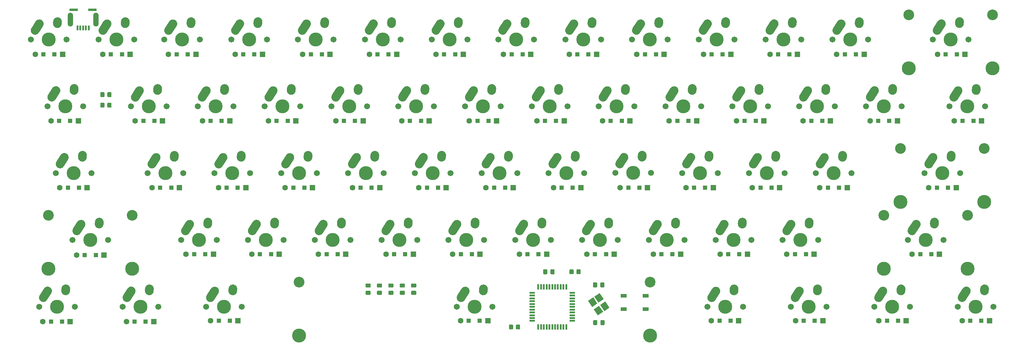
<source format=gbs>
%TF.GenerationSoftware,KiCad,Pcbnew,(5.1.10)-1*%
%TF.CreationDate,2022-03-05T23:42:07-05:00*%
%TF.ProjectId,Keebrov2,4b656562-726f-4763-922e-6b696361645f,rev?*%
%TF.SameCoordinates,Original*%
%TF.FileFunction,Soldermask,Bot*%
%TF.FilePolarity,Negative*%
%FSLAX46Y46*%
G04 Gerber Fmt 4.6, Leading zero omitted, Abs format (unit mm)*
G04 Created by KiCad (PCBNEW (5.1.10)-1) date 2022-03-05 23:42:07*
%MOMM*%
%LPD*%
G01*
G04 APERTURE LIST*
%ADD10C,3.987800*%
%ADD11C,3.048000*%
%ADD12C,1.701800*%
%ADD13C,0.100000*%
%ADD14R,1.500000X0.550000*%
%ADD15R,0.550000X1.500000*%
%ADD16R,1.700000X1.000000*%
%ADD17O,1.500000X4.000000*%
%ADD18R,0.500000X1.400000*%
%ADD19R,2.350000X0.800000*%
%ADD20C,1.600000*%
%ADD21R,1.600000X1.600000*%
%ADD22R,1.200000X1.200000*%
G04 APERTURE END LIST*
%TO.C,K4*%
G36*
G01*
X36321621Y-112824984D02*
X36361069Y-112246328D01*
G75*
G02*
X37693193Y-111084242I1247105J-85019D01*
G01*
X37693193Y-111084242D01*
G75*
G02*
X38855279Y-112416366I-85019J-1247105D01*
G01*
X38815831Y-112995022D01*
G75*
G02*
X37483707Y-114157108I-1247105J85019D01*
G01*
X37483707Y-114157108D01*
G75*
G02*
X36321621Y-112824984I85019J1247105D01*
G01*
G37*
G36*
G01*
X30154749Y-114167865D02*
X31363673Y-112270235D01*
G75*
G02*
X33089537Y-111887621I1054239J-671625D01*
G01*
X33089537Y-111887621D01*
G75*
G02*
X33472151Y-113613485I-671625J-1054239D01*
G01*
X32263227Y-115511115D01*
G75*
G02*
X30537363Y-115893729I-1054239J671625D01*
G01*
X30537363Y-115893729D01*
G75*
G02*
X30154749Y-114167865I671625J1054239D01*
G01*
G37*
D10*
X47006450Y-125665675D03*
X23130450Y-125665675D03*
D11*
X47006450Y-110425675D03*
X23130450Y-110425675D03*
D12*
X40148450Y-117410675D03*
X29988450Y-117410675D03*
D10*
X35068450Y-117410675D03*
%TD*%
%TO.C,K31*%
G36*
G01*
X145846118Y-131877497D02*
X145885566Y-131298841D01*
G75*
G02*
X147217690Y-130136755I1247105J-85019D01*
G01*
X147217690Y-130136755D01*
G75*
G02*
X148379776Y-131468879I-85019J-1247105D01*
G01*
X148340328Y-132047535D01*
G75*
G02*
X147008204Y-133209621I-1247105J85019D01*
G01*
X147008204Y-133209621D01*
G75*
G02*
X145846118Y-131877497I85019J1247105D01*
G01*
G37*
G36*
G01*
X139679246Y-133220378D02*
X140888170Y-131322748D01*
G75*
G02*
X142614034Y-130940134I1054239J-671625D01*
G01*
X142614034Y-130940134D01*
G75*
G02*
X142996648Y-132665998I-671625J-1054239D01*
G01*
X141787724Y-134563628D01*
G75*
G02*
X140061860Y-134946242I-1054239J671625D01*
G01*
X140061860Y-134946242D01*
G75*
G02*
X139679246Y-133220378I671625J1054239D01*
G01*
G37*
X194630947Y-144718188D03*
X94554947Y-144718188D03*
D11*
X194630947Y-129478188D03*
X94554947Y-129478188D03*
D12*
X149672947Y-136463188D03*
X139512947Y-136463188D03*
D10*
X144592947Y-136463188D03*
%TD*%
%TO.C,K5*%
G36*
G01*
X26779990Y-131860743D02*
X26819438Y-131282087D01*
G75*
G02*
X28151562Y-130120001I1247105J-85019D01*
G01*
X28151562Y-130120001D01*
G75*
G02*
X29313648Y-131452125I-85019J-1247105D01*
G01*
X29274200Y-132030781D01*
G75*
G02*
X27942076Y-133192867I-1247105J85019D01*
G01*
X27942076Y-133192867D01*
G75*
G02*
X26779990Y-131860743I85019J1247105D01*
G01*
G37*
G36*
G01*
X20613118Y-133203624D02*
X21822042Y-131305994D01*
G75*
G02*
X23547906Y-130923380I1054239J-671625D01*
G01*
X23547906Y-130923380D01*
G75*
G02*
X23930520Y-132649244I-671625J-1054239D01*
G01*
X22721596Y-134546874D01*
G75*
G02*
X20995732Y-134929488I-1054239J671625D01*
G01*
X20995732Y-134929488D01*
G75*
G02*
X20613118Y-133203624I671625J1054239D01*
G01*
G37*
D12*
X30606819Y-136446434D03*
X20446819Y-136446434D03*
D10*
X25526819Y-136446434D03*
%TD*%
D13*
%TO.C,X1*%
G36*
X176943943Y-134795792D02*
G01*
X178436210Y-133789245D01*
X179610515Y-135530224D01*
X178118248Y-136536771D01*
X176943943Y-134795792D01*
G37*
G36*
X180389485Y-135969776D02*
G01*
X181881752Y-134963229D01*
X183056057Y-136704208D01*
X181563790Y-137710755D01*
X180389485Y-135969776D01*
G37*
G36*
X178565602Y-137200001D02*
G01*
X180057869Y-136193454D01*
X181232174Y-137934433D01*
X179739907Y-138940980D01*
X178565602Y-137200001D01*
G37*
G36*
X178767826Y-133565567D02*
G01*
X180260093Y-132559020D01*
X181434398Y-134299999D01*
X179942131Y-135306546D01*
X178767826Y-133565567D01*
G37*
%TD*%
D14*
%TO.C,U1*%
X161050000Y-132500000D03*
X161050000Y-133300000D03*
X161050000Y-134100000D03*
X161050000Y-134900000D03*
X161050000Y-135700000D03*
X161050000Y-136500000D03*
X161050000Y-137300000D03*
X161050000Y-138100000D03*
X161050000Y-138900000D03*
X161050000Y-139700000D03*
X161050000Y-140500000D03*
D15*
X162750000Y-142200000D03*
X163550000Y-142200000D03*
X164350000Y-142200000D03*
X165150000Y-142200000D03*
X165950000Y-142200000D03*
X166750000Y-142200000D03*
X167550000Y-142200000D03*
X168350000Y-142200000D03*
X169150000Y-142200000D03*
X169950000Y-142200000D03*
X170750000Y-142200000D03*
D14*
X172450000Y-140500000D03*
X172450000Y-139700000D03*
X172450000Y-138900000D03*
X172450000Y-138100000D03*
X172450000Y-137300000D03*
X172450000Y-136500000D03*
X172450000Y-135700000D03*
X172450000Y-134900000D03*
X172450000Y-134100000D03*
X172450000Y-133300000D03*
X172450000Y-132500000D03*
D15*
X170750000Y-130800000D03*
X169950000Y-130800000D03*
X169150000Y-130800000D03*
X168350000Y-130800000D03*
X167550000Y-130800000D03*
X166750000Y-130800000D03*
X165950000Y-130800000D03*
X165150000Y-130800000D03*
X164350000Y-130800000D03*
X163550000Y-130800000D03*
X162750000Y-130800000D03*
%TD*%
D16*
%TO.C,SW1*%
X187100000Y-137150000D03*
X193400000Y-137150000D03*
X187100000Y-133350000D03*
X193400000Y-133350000D03*
%TD*%
%TO.C,R4*%
G36*
G01*
X39100000Y-75549999D02*
X39100000Y-76450001D01*
G75*
G02*
X38850001Y-76700000I-249999J0D01*
G01*
X38149999Y-76700000D01*
G75*
G02*
X37900000Y-76450001I0J249999D01*
G01*
X37900000Y-75549999D01*
G75*
G02*
X38149999Y-75300000I249999J0D01*
G01*
X38850001Y-75300000D01*
G75*
G02*
X39100000Y-75549999I0J-249999D01*
G01*
G37*
G36*
G01*
X41100000Y-75549999D02*
X41100000Y-76450001D01*
G75*
G02*
X40850001Y-76700000I-249999J0D01*
G01*
X40149999Y-76700000D01*
G75*
G02*
X39900000Y-76450001I0J249999D01*
G01*
X39900000Y-75549999D01*
G75*
G02*
X40149999Y-75300000I249999J0D01*
G01*
X40850001Y-75300000D01*
G75*
G02*
X41100000Y-75549999I0J-249999D01*
G01*
G37*
%TD*%
%TO.C,R3*%
G36*
G01*
X39100000Y-78549999D02*
X39100000Y-79450001D01*
G75*
G02*
X38850001Y-79700000I-249999J0D01*
G01*
X38149999Y-79700000D01*
G75*
G02*
X37900000Y-79450001I0J249999D01*
G01*
X37900000Y-78549999D01*
G75*
G02*
X38149999Y-78300000I249999J0D01*
G01*
X38850001Y-78300000D01*
G75*
G02*
X39100000Y-78549999I0J-249999D01*
G01*
G37*
G36*
G01*
X41100000Y-78549999D02*
X41100000Y-79450001D01*
G75*
G02*
X40850001Y-79700000I-249999J0D01*
G01*
X40149999Y-79700000D01*
G75*
G02*
X39900000Y-79450001I0J249999D01*
G01*
X39900000Y-78549999D01*
G75*
G02*
X40149999Y-78300000I249999J0D01*
G01*
X40850001Y-78300000D01*
G75*
G02*
X41100000Y-78549999I0J-249999D01*
G01*
G37*
%TD*%
%TO.C,R2*%
G36*
G01*
X156400000Y-142700001D02*
X156400000Y-141799999D01*
G75*
G02*
X156649999Y-141550000I249999J0D01*
G01*
X157350001Y-141550000D01*
G75*
G02*
X157600000Y-141799999I0J-249999D01*
G01*
X157600000Y-142700001D01*
G75*
G02*
X157350001Y-142950000I-249999J0D01*
G01*
X156649999Y-142950000D01*
G75*
G02*
X156400000Y-142700001I0J249999D01*
G01*
G37*
G36*
G01*
X154400000Y-142700001D02*
X154400000Y-141799999D01*
G75*
G02*
X154649999Y-141550000I249999J0D01*
G01*
X155350001Y-141550000D01*
G75*
G02*
X155600000Y-141799999I0J-249999D01*
G01*
X155600000Y-142700001D01*
G75*
G02*
X155350001Y-142950000I-249999J0D01*
G01*
X154649999Y-142950000D01*
G75*
G02*
X154400000Y-142700001I0J249999D01*
G01*
G37*
%TD*%
%TO.C,R1*%
G36*
G01*
X172850000Y-126049999D02*
X172850000Y-126950001D01*
G75*
G02*
X172600001Y-127200000I-249999J0D01*
G01*
X171899999Y-127200000D01*
G75*
G02*
X171650000Y-126950001I0J249999D01*
G01*
X171650000Y-126049999D01*
G75*
G02*
X171899999Y-125800000I249999J0D01*
G01*
X172600001Y-125800000D01*
G75*
G02*
X172850000Y-126049999I0J-249999D01*
G01*
G37*
G36*
G01*
X174850000Y-126049999D02*
X174850000Y-126950001D01*
G75*
G02*
X174600001Y-127200000I-249999J0D01*
G01*
X173899999Y-127200000D01*
G75*
G02*
X173650000Y-126950001I0J249999D01*
G01*
X173650000Y-126049999D01*
G75*
G02*
X173899999Y-125800000I249999J0D01*
G01*
X174600001Y-125800000D01*
G75*
G02*
X174850000Y-126049999I0J-249999D01*
G01*
G37*
%TD*%
%TO.C,K61*%
G36*
G01*
X288711125Y-131861160D02*
X288750573Y-131282504D01*
G75*
G02*
X290082697Y-130120418I1247105J-85019D01*
G01*
X290082697Y-130120418D01*
G75*
G02*
X291244783Y-131452542I-85019J-1247105D01*
G01*
X291205335Y-132031198D01*
G75*
G02*
X289873211Y-133193284I-1247105J85019D01*
G01*
X289873211Y-133193284D01*
G75*
G02*
X288711125Y-131861160I85019J1247105D01*
G01*
G37*
G36*
G01*
X282544253Y-133204041D02*
X283753177Y-131306411D01*
G75*
G02*
X285479041Y-130923797I1054239J-671625D01*
G01*
X285479041Y-130923797D01*
G75*
G02*
X285861655Y-132649661I-671625J-1054239D01*
G01*
X284652731Y-134547291D01*
G75*
G02*
X282926867Y-134929905I-1054239J671625D01*
G01*
X282926867Y-134929905D01*
G75*
G02*
X282544253Y-133204041I671625J1054239D01*
G01*
G37*
D12*
X292537954Y-136446851D03*
X282377954Y-136446851D03*
D10*
X287457954Y-136446851D03*
%TD*%
%TO.C,K60*%
G36*
G01*
X274426055Y-112825534D02*
X274465503Y-112246878D01*
G75*
G02*
X275797627Y-111084792I1247105J-85019D01*
G01*
X275797627Y-111084792D01*
G75*
G02*
X276959713Y-112416916I-85019J-1247105D01*
G01*
X276920265Y-112995572D01*
G75*
G02*
X275588141Y-114157658I-1247105J85019D01*
G01*
X275588141Y-114157658D01*
G75*
G02*
X274426055Y-112825534I85019J1247105D01*
G01*
G37*
G36*
G01*
X268259183Y-114168415D02*
X269468107Y-112270785D01*
G75*
G02*
X271193971Y-111888171I1054239J-671625D01*
G01*
X271193971Y-111888171D01*
G75*
G02*
X271576585Y-113614035I-671625J-1054239D01*
G01*
X270367661Y-115511665D01*
G75*
G02*
X268641797Y-115894279I-1054239J671625D01*
G01*
X268641797Y-115894279D01*
G75*
G02*
X268259183Y-114168415I671625J1054239D01*
G01*
G37*
X285110884Y-125666225D03*
X261234884Y-125666225D03*
D11*
X285110884Y-110426225D03*
X261234884Y-110426225D03*
D12*
X278252884Y-117411225D03*
X268092884Y-117411225D03*
D10*
X273172884Y-117411225D03*
%TD*%
%TO.C,K59*%
G36*
G01*
X286343493Y-74740828D02*
X286382941Y-74162172D01*
G75*
G02*
X287715065Y-73000086I1247105J-85019D01*
G01*
X287715065Y-73000086D01*
G75*
G02*
X288877151Y-74332210I-85019J-1247105D01*
G01*
X288837703Y-74910866D01*
G75*
G02*
X287505579Y-76072952I-1247105J85019D01*
G01*
X287505579Y-76072952D01*
G75*
G02*
X286343493Y-74740828I85019J1247105D01*
G01*
G37*
G36*
G01*
X280176621Y-76083709D02*
X281385545Y-74186079D01*
G75*
G02*
X283111409Y-73803465I1054239J-671625D01*
G01*
X283111409Y-73803465D01*
G75*
G02*
X283494023Y-75529329I-671625J-1054239D01*
G01*
X282285099Y-77426959D01*
G75*
G02*
X280559235Y-77809573I-1054239J671625D01*
G01*
X280559235Y-77809573D01*
G75*
G02*
X280176621Y-76083709I671625J1054239D01*
G01*
G37*
D12*
X290170322Y-79326519D03*
X280010322Y-79326519D03*
D10*
X285090322Y-79326519D03*
%TD*%
%TO.C,K58*%
G36*
G01*
X281586133Y-55671222D02*
X281625581Y-55092566D01*
G75*
G02*
X282957705Y-53930480I1247105J-85019D01*
G01*
X282957705Y-53930480D01*
G75*
G02*
X284119791Y-55262604I-85019J-1247105D01*
G01*
X284080343Y-55841260D01*
G75*
G02*
X282748219Y-57003346I-1247105J85019D01*
G01*
X282748219Y-57003346D01*
G75*
G02*
X281586133Y-55671222I85019J1247105D01*
G01*
G37*
G36*
G01*
X275419261Y-57014103D02*
X276628185Y-55116473D01*
G75*
G02*
X278354049Y-54733859I1054239J-671625D01*
G01*
X278354049Y-54733859D01*
G75*
G02*
X278736663Y-56459723I-671625J-1054239D01*
G01*
X277527739Y-58357353D01*
G75*
G02*
X275801875Y-58739967I-1054239J671625D01*
G01*
X275801875Y-58739967D01*
G75*
G02*
X275419261Y-57014103I671625J1054239D01*
G01*
G37*
X292270962Y-68511913D03*
X268394962Y-68511913D03*
D11*
X292270962Y-53271913D03*
X268394962Y-53271913D03*
D12*
X285412962Y-60256913D03*
X275252962Y-60256913D03*
D10*
X280332962Y-60256913D03*
%TD*%
%TO.C,K57*%
G36*
G01*
X264910950Y-131876159D02*
X264950398Y-131297503D01*
G75*
G02*
X266282522Y-130135417I1247105J-85019D01*
G01*
X266282522Y-130135417D01*
G75*
G02*
X267444608Y-131467541I-85019J-1247105D01*
G01*
X267405160Y-132046197D01*
G75*
G02*
X266073036Y-133208283I-1247105J85019D01*
G01*
X266073036Y-133208283D01*
G75*
G02*
X264910950Y-131876159I85019J1247105D01*
G01*
G37*
G36*
G01*
X258744078Y-133219040D02*
X259953002Y-131321410D01*
G75*
G02*
X261678866Y-130938796I1054239J-671625D01*
G01*
X261678866Y-130938796D01*
G75*
G02*
X262061480Y-132664660I-671625J-1054239D01*
G01*
X260852556Y-134562290D01*
G75*
G02*
X259126692Y-134944904I-1054239J671625D01*
G01*
X259126692Y-134944904D01*
G75*
G02*
X258744078Y-133219040I671625J1054239D01*
G01*
G37*
D12*
X268737779Y-136461850D03*
X258577779Y-136461850D03*
D10*
X263657779Y-136461850D03*
%TD*%
%TO.C,K56*%
G36*
G01*
X279202405Y-93773765D02*
X279241853Y-93195109D01*
G75*
G02*
X280573977Y-92033023I1247105J-85019D01*
G01*
X280573977Y-92033023D01*
G75*
G02*
X281736063Y-93365147I-85019J-1247105D01*
G01*
X281696615Y-93943803D01*
G75*
G02*
X280364491Y-95105889I-1247105J85019D01*
G01*
X280364491Y-95105889D01*
G75*
G02*
X279202405Y-93773765I85019J1247105D01*
G01*
G37*
G36*
G01*
X273035533Y-95116646D02*
X274244457Y-93219016D01*
G75*
G02*
X275970321Y-92836402I1054239J-671625D01*
G01*
X275970321Y-92836402D01*
G75*
G02*
X276352935Y-94562266I-671625J-1054239D01*
G01*
X275144011Y-96459896D01*
G75*
G02*
X273418147Y-96842510I-1054239J671625D01*
G01*
X273418147Y-96842510D01*
G75*
G02*
X273035533Y-95116646I671625J1054239D01*
G01*
G37*
X289887234Y-106614456D03*
X266011234Y-106614456D03*
D11*
X289887234Y-91374456D03*
X266011234Y-91374456D03*
D12*
X283029234Y-98359456D03*
X272869234Y-98359456D03*
D10*
X277949234Y-98359456D03*
%TD*%
%TO.C,K55*%
G36*
G01*
X262519763Y-74722382D02*
X262559211Y-74143726D01*
G75*
G02*
X263891335Y-72981640I1247105J-85019D01*
G01*
X263891335Y-72981640D01*
G75*
G02*
X265053421Y-74313764I-85019J-1247105D01*
G01*
X265013973Y-74892420D01*
G75*
G02*
X263681849Y-76054506I-1247105J85019D01*
G01*
X263681849Y-76054506D01*
G75*
G02*
X262519763Y-74722382I85019J1247105D01*
G01*
G37*
G36*
G01*
X256352891Y-76065263D02*
X257561815Y-74167633D01*
G75*
G02*
X259287679Y-73785019I1054239J-671625D01*
G01*
X259287679Y-73785019D01*
G75*
G02*
X259670293Y-75510883I-671625J-1054239D01*
G01*
X258461369Y-77408513D01*
G75*
G02*
X256735505Y-77791127I-1054239J671625D01*
G01*
X256735505Y-77791127D01*
G75*
G02*
X256352891Y-76065263I671625J1054239D01*
G01*
G37*
D12*
X266346592Y-79308073D03*
X256186592Y-79308073D03*
D10*
X261266592Y-79308073D03*
%TD*%
%TO.C,K54*%
G36*
G01*
X253002091Y-55687006D02*
X253041539Y-55108350D01*
G75*
G02*
X254373663Y-53946264I1247105J-85019D01*
G01*
X254373663Y-53946264D01*
G75*
G02*
X255535749Y-55278388I-85019J-1247105D01*
G01*
X255496301Y-55857044D01*
G75*
G02*
X254164177Y-57019130I-1247105J85019D01*
G01*
X254164177Y-57019130D01*
G75*
G02*
X253002091Y-55687006I85019J1247105D01*
G01*
G37*
G36*
G01*
X246835219Y-57029887D02*
X248044143Y-55132257D01*
G75*
G02*
X249770007Y-54749643I1054239J-671625D01*
G01*
X249770007Y-54749643D01*
G75*
G02*
X250152621Y-56475507I-671625J-1054239D01*
G01*
X248943697Y-58373137D01*
G75*
G02*
X247217833Y-58755751I-1054239J671625D01*
G01*
X247217833Y-58755751D01*
G75*
G02*
X246835219Y-57029887I671625J1054239D01*
G01*
G37*
D12*
X256828920Y-60272697D03*
X246668920Y-60272697D03*
D10*
X251748920Y-60272697D03*
%TD*%
%TO.C,K53*%
G36*
G01*
X241096028Y-131874890D02*
X241135476Y-131296234D01*
G75*
G02*
X242467600Y-130134148I1247105J-85019D01*
G01*
X242467600Y-130134148D01*
G75*
G02*
X243629686Y-131466272I-85019J-1247105D01*
G01*
X243590238Y-132044928D01*
G75*
G02*
X242258114Y-133207014I-1247105J85019D01*
G01*
X242258114Y-133207014D01*
G75*
G02*
X241096028Y-131874890I85019J1247105D01*
G01*
G37*
G36*
G01*
X234929156Y-133217771D02*
X236138080Y-131320141D01*
G75*
G02*
X237863944Y-130937527I1054239J-671625D01*
G01*
X237863944Y-130937527D01*
G75*
G02*
X238246558Y-132663391I-671625J-1054239D01*
G01*
X237037634Y-134561021D01*
G75*
G02*
X235311770Y-134943635I-1054239J671625D01*
G01*
X235311770Y-134943635D01*
G75*
G02*
X234929156Y-133217771I671625J1054239D01*
G01*
G37*
D12*
X244922857Y-136460581D03*
X234762857Y-136460581D03*
D10*
X239842857Y-136460581D03*
%TD*%
%TO.C,K52*%
G36*
G01*
X238718602Y-112824472D02*
X238758050Y-112245816D01*
G75*
G02*
X240090174Y-111083730I1247105J-85019D01*
G01*
X240090174Y-111083730D01*
G75*
G02*
X241252260Y-112415854I-85019J-1247105D01*
G01*
X241212812Y-112994510D01*
G75*
G02*
X239880688Y-114156596I-1247105J85019D01*
G01*
X239880688Y-114156596D01*
G75*
G02*
X238718602Y-112824472I85019J1247105D01*
G01*
G37*
G36*
G01*
X232551730Y-114167353D02*
X233760654Y-112269723D01*
G75*
G02*
X235486518Y-111887109I1054239J-671625D01*
G01*
X235486518Y-111887109D01*
G75*
G02*
X235869132Y-113612973I-671625J-1054239D01*
G01*
X234660208Y-115510603D01*
G75*
G02*
X232934344Y-115893217I-1054239J671625D01*
G01*
X232934344Y-115893217D01*
G75*
G02*
X232551730Y-114167353I671625J1054239D01*
G01*
G37*
D12*
X242545431Y-117410163D03*
X232385431Y-117410163D03*
D10*
X237465431Y-117410163D03*
%TD*%
%TO.C,K51*%
G36*
G01*
X248243445Y-93784446D02*
X248282893Y-93205790D01*
G75*
G02*
X249615017Y-92043704I1247105J-85019D01*
G01*
X249615017Y-92043704D01*
G75*
G02*
X250777103Y-93375828I-85019J-1247105D01*
G01*
X250737655Y-93954484D01*
G75*
G02*
X249405531Y-95116570I-1247105J85019D01*
G01*
X249405531Y-95116570D01*
G75*
G02*
X248243445Y-93784446I85019J1247105D01*
G01*
G37*
G36*
G01*
X242076573Y-95127327D02*
X243285497Y-93229697D01*
G75*
G02*
X245011361Y-92847083I1054239J-671625D01*
G01*
X245011361Y-92847083D01*
G75*
G02*
X245393975Y-94572947I-671625J-1054239D01*
G01*
X244185051Y-96470577D01*
G75*
G02*
X242459187Y-96853191I-1054239J671625D01*
G01*
X242459187Y-96853191D01*
G75*
G02*
X242076573Y-95127327I671625J1054239D01*
G01*
G37*
D12*
X252070274Y-98370137D03*
X241910274Y-98370137D03*
D10*
X246990274Y-98370137D03*
%TD*%
%TO.C,K50*%
G36*
G01*
X243470894Y-74730335D02*
X243510342Y-74151679D01*
G75*
G02*
X244842466Y-72989593I1247105J-85019D01*
G01*
X244842466Y-72989593D01*
G75*
G02*
X246004552Y-74321717I-85019J-1247105D01*
G01*
X245965104Y-74900373D01*
G75*
G02*
X244632980Y-76062459I-1247105J85019D01*
G01*
X244632980Y-76062459D01*
G75*
G02*
X243470894Y-74730335I85019J1247105D01*
G01*
G37*
G36*
G01*
X237304022Y-76073216D02*
X238512946Y-74175586D01*
G75*
G02*
X240238810Y-73792972I1054239J-671625D01*
G01*
X240238810Y-73792972D01*
G75*
G02*
X240621424Y-75518836I-671625J-1054239D01*
G01*
X239412500Y-77416466D01*
G75*
G02*
X237686636Y-77799080I-1054239J671625D01*
G01*
X237686636Y-77799080D01*
G75*
G02*
X237304022Y-76073216I671625J1054239D01*
G01*
G37*
D12*
X247297723Y-79316026D03*
X237137723Y-79316026D03*
D10*
X242217723Y-79316026D03*
%TD*%
%TO.C,K49*%
G36*
G01*
X233928830Y-55669689D02*
X233968278Y-55091033D01*
G75*
G02*
X235300402Y-53928947I1247105J-85019D01*
G01*
X235300402Y-53928947D01*
G75*
G02*
X236462488Y-55261071I-85019J-1247105D01*
G01*
X236423040Y-55839727D01*
G75*
G02*
X235090916Y-57001813I-1247105J85019D01*
G01*
X235090916Y-57001813D01*
G75*
G02*
X233928830Y-55669689I85019J1247105D01*
G01*
G37*
G36*
G01*
X227761958Y-57012570D02*
X228970882Y-55114940D01*
G75*
G02*
X230696746Y-54732326I1054239J-671625D01*
G01*
X230696746Y-54732326D01*
G75*
G02*
X231079360Y-56458190I-671625J-1054239D01*
G01*
X229870436Y-58355820D01*
G75*
G02*
X228144572Y-58738434I-1054239J671625D01*
G01*
X228144572Y-58738434D01*
G75*
G02*
X227761958Y-57012570I671625J1054239D01*
G01*
G37*
D12*
X237755659Y-60255380D03*
X227595659Y-60255380D03*
D10*
X232675659Y-60255380D03*
%TD*%
%TO.C,K48*%
G36*
G01*
X217301822Y-131880510D02*
X217341270Y-131301854D01*
G75*
G02*
X218673394Y-130139768I1247105J-85019D01*
G01*
X218673394Y-130139768D01*
G75*
G02*
X219835480Y-131471892I-85019J-1247105D01*
G01*
X219796032Y-132050548D01*
G75*
G02*
X218463908Y-133212634I-1247105J85019D01*
G01*
X218463908Y-133212634D01*
G75*
G02*
X217301822Y-131880510I85019J1247105D01*
G01*
G37*
G36*
G01*
X211134950Y-133223391D02*
X212343874Y-131325761D01*
G75*
G02*
X214069738Y-130943147I1054239J-671625D01*
G01*
X214069738Y-130943147D01*
G75*
G02*
X214452352Y-132669011I-671625J-1054239D01*
G01*
X213243428Y-134566641D01*
G75*
G02*
X211517564Y-134949255I-1054239J671625D01*
G01*
X211517564Y-134949255D01*
G75*
G02*
X211134950Y-133223391I671625J1054239D01*
G01*
G37*
D12*
X221128651Y-136466201D03*
X210968651Y-136466201D03*
D10*
X216048651Y-136466201D03*
%TD*%
%TO.C,K47*%
G36*
G01*
X219660835Y-112829869D02*
X219700283Y-112251213D01*
G75*
G02*
X221032407Y-111089127I1247105J-85019D01*
G01*
X221032407Y-111089127D01*
G75*
G02*
X222194493Y-112421251I-85019J-1247105D01*
G01*
X222155045Y-112999907D01*
G75*
G02*
X220822921Y-114161993I-1247105J85019D01*
G01*
X220822921Y-114161993D01*
G75*
G02*
X219660835Y-112829869I85019J1247105D01*
G01*
G37*
G36*
G01*
X213493963Y-114172750D02*
X214702887Y-112275120D01*
G75*
G02*
X216428751Y-111892506I1054239J-671625D01*
G01*
X216428751Y-111892506D01*
G75*
G02*
X216811365Y-113618370I-671625J-1054239D01*
G01*
X215602441Y-115516000D01*
G75*
G02*
X213876577Y-115898614I-1054239J671625D01*
G01*
X213876577Y-115898614D01*
G75*
G02*
X213493963Y-114172750I671625J1054239D01*
G01*
G37*
D12*
X223487664Y-117415560D03*
X213327664Y-117415560D03*
D10*
X218407664Y-117415560D03*
%TD*%
%TO.C,K46*%
G36*
G01*
X229192068Y-93781077D02*
X229231516Y-93202421D01*
G75*
G02*
X230563640Y-92040335I1247105J-85019D01*
G01*
X230563640Y-92040335D01*
G75*
G02*
X231725726Y-93372459I-85019J-1247105D01*
G01*
X231686278Y-93951115D01*
G75*
G02*
X230354154Y-95113201I-1247105J85019D01*
G01*
X230354154Y-95113201D01*
G75*
G02*
X229192068Y-93781077I85019J1247105D01*
G01*
G37*
G36*
G01*
X223025196Y-95123958D02*
X224234120Y-93226328D01*
G75*
G02*
X225959984Y-92843714I1054239J-671625D01*
G01*
X225959984Y-92843714D01*
G75*
G02*
X226342598Y-94569578I-671625J-1054239D01*
G01*
X225133674Y-96467208D01*
G75*
G02*
X223407810Y-96849822I-1054239J671625D01*
G01*
X223407810Y-96849822D01*
G75*
G02*
X223025196Y-95123958I671625J1054239D01*
G01*
G37*
D12*
X233018897Y-98366768D03*
X222858897Y-98366768D03*
D10*
X227938897Y-98366768D03*
%TD*%
%TO.C,K45*%
G36*
G01*
X224434983Y-74726410D02*
X224474431Y-74147754D01*
G75*
G02*
X225806555Y-72985668I1247105J-85019D01*
G01*
X225806555Y-72985668D01*
G75*
G02*
X226968641Y-74317792I-85019J-1247105D01*
G01*
X226929193Y-74896448D01*
G75*
G02*
X225597069Y-76058534I-1247105J85019D01*
G01*
X225597069Y-76058534D01*
G75*
G02*
X224434983Y-74726410I85019J1247105D01*
G01*
G37*
G36*
G01*
X218268111Y-76069291D02*
X219477035Y-74171661D01*
G75*
G02*
X221202899Y-73789047I1054239J-671625D01*
G01*
X221202899Y-73789047D01*
G75*
G02*
X221585513Y-75514911I-671625J-1054239D01*
G01*
X220376589Y-77412541D01*
G75*
G02*
X218650725Y-77795155I-1054239J671625D01*
G01*
X218650725Y-77795155D01*
G75*
G02*
X218268111Y-76069291I671625J1054239D01*
G01*
G37*
D12*
X228261812Y-79312101D03*
X218101812Y-79312101D03*
D10*
X223181812Y-79312101D03*
%TD*%
%TO.C,K44*%
G36*
G01*
X214899366Y-55672843D02*
X214938814Y-55094187D01*
G75*
G02*
X216270938Y-53932101I1247105J-85019D01*
G01*
X216270938Y-53932101D01*
G75*
G02*
X217433024Y-55264225I-85019J-1247105D01*
G01*
X217393576Y-55842881D01*
G75*
G02*
X216061452Y-57004967I-1247105J85019D01*
G01*
X216061452Y-57004967D01*
G75*
G02*
X214899366Y-55672843I85019J1247105D01*
G01*
G37*
G36*
G01*
X208732494Y-57015724D02*
X209941418Y-55118094D01*
G75*
G02*
X211667282Y-54735480I1054239J-671625D01*
G01*
X211667282Y-54735480D01*
G75*
G02*
X212049896Y-56461344I-671625J-1054239D01*
G01*
X210840972Y-58358974D01*
G75*
G02*
X209115108Y-58741588I-1054239J671625D01*
G01*
X209115108Y-58741588D01*
G75*
G02*
X208732494Y-57015724I671625J1054239D01*
G01*
G37*
D12*
X218726195Y-60258534D03*
X208566195Y-60258534D03*
D10*
X213646195Y-60258534D03*
%TD*%
%TO.C,K43*%
G36*
G01*
X200633989Y-112830626D02*
X200673437Y-112251970D01*
G75*
G02*
X202005561Y-111089884I1247105J-85019D01*
G01*
X202005561Y-111089884D01*
G75*
G02*
X203167647Y-112422008I-85019J-1247105D01*
G01*
X203128199Y-113000664D01*
G75*
G02*
X201796075Y-114162750I-1247105J85019D01*
G01*
X201796075Y-114162750D01*
G75*
G02*
X200633989Y-112830626I85019J1247105D01*
G01*
G37*
G36*
G01*
X194467117Y-114173507D02*
X195676041Y-112275877D01*
G75*
G02*
X197401905Y-111893263I1054239J-671625D01*
G01*
X197401905Y-111893263D01*
G75*
G02*
X197784519Y-113619127I-671625J-1054239D01*
G01*
X196575595Y-115516757D01*
G75*
G02*
X194849731Y-115899371I-1054239J671625D01*
G01*
X194849731Y-115899371D01*
G75*
G02*
X194467117Y-114173507I671625J1054239D01*
G01*
G37*
D12*
X204460818Y-117416317D03*
X194300818Y-117416317D03*
D10*
X199380818Y-117416317D03*
%TD*%
%TO.C,K42*%
G36*
G01*
X210153982Y-93771513D02*
X210193430Y-93192857D01*
G75*
G02*
X211525554Y-92030771I1247105J-85019D01*
G01*
X211525554Y-92030771D01*
G75*
G02*
X212687640Y-93362895I-85019J-1247105D01*
G01*
X212648192Y-93941551D01*
G75*
G02*
X211316068Y-95103637I-1247105J85019D01*
G01*
X211316068Y-95103637D01*
G75*
G02*
X210153982Y-93771513I85019J1247105D01*
G01*
G37*
G36*
G01*
X203987110Y-95114394D02*
X205196034Y-93216764D01*
G75*
G02*
X206921898Y-92834150I1054239J-671625D01*
G01*
X206921898Y-92834150D01*
G75*
G02*
X207304512Y-94560014I-671625J-1054239D01*
G01*
X206095588Y-96457644D01*
G75*
G02*
X204369724Y-96840258I-1054239J671625D01*
G01*
X204369724Y-96840258D01*
G75*
G02*
X203987110Y-95114394I671625J1054239D01*
G01*
G37*
D12*
X213980811Y-98357204D03*
X203820811Y-98357204D03*
D10*
X208900811Y-98357204D03*
%TD*%
%TO.C,K41*%
G36*
G01*
X205391833Y-74727820D02*
X205431281Y-74149164D01*
G75*
G02*
X206763405Y-72987078I1247105J-85019D01*
G01*
X206763405Y-72987078D01*
G75*
G02*
X207925491Y-74319202I-85019J-1247105D01*
G01*
X207886043Y-74897858D01*
G75*
G02*
X206553919Y-76059944I-1247105J85019D01*
G01*
X206553919Y-76059944D01*
G75*
G02*
X205391833Y-74727820I85019J1247105D01*
G01*
G37*
G36*
G01*
X199224961Y-76070701D02*
X200433885Y-74173071D01*
G75*
G02*
X202159749Y-73790457I1054239J-671625D01*
G01*
X202159749Y-73790457D01*
G75*
G02*
X202542363Y-75516321I-671625J-1054239D01*
G01*
X201333439Y-77413951D01*
G75*
G02*
X199607575Y-77796565I-1054239J671625D01*
G01*
X199607575Y-77796565D01*
G75*
G02*
X199224961Y-76070701I671625J1054239D01*
G01*
G37*
D12*
X209218662Y-79313511D03*
X199058662Y-79313511D03*
D10*
X204138662Y-79313511D03*
%TD*%
%TO.C,K40*%
G36*
G01*
X195854073Y-55676237D02*
X195893521Y-55097581D01*
G75*
G02*
X197225645Y-53935495I1247105J-85019D01*
G01*
X197225645Y-53935495D01*
G75*
G02*
X198387731Y-55267619I-85019J-1247105D01*
G01*
X198348283Y-55846275D01*
G75*
G02*
X197016159Y-57008361I-1247105J85019D01*
G01*
X197016159Y-57008361D01*
G75*
G02*
X195854073Y-55676237I85019J1247105D01*
G01*
G37*
G36*
G01*
X189687201Y-57019118D02*
X190896125Y-55121488D01*
G75*
G02*
X192621989Y-54738874I1054239J-671625D01*
G01*
X192621989Y-54738874D01*
G75*
G02*
X193004603Y-56464738I-671625J-1054239D01*
G01*
X191795679Y-58362368D01*
G75*
G02*
X190069815Y-58744982I-1054239J671625D01*
G01*
X190069815Y-58744982D01*
G75*
G02*
X189687201Y-57019118I671625J1054239D01*
G01*
G37*
D12*
X199680902Y-60261928D03*
X189520902Y-60261928D03*
D10*
X194600902Y-60261928D03*
%TD*%
%TO.C,K39*%
G36*
G01*
X181571621Y-112827134D02*
X181611069Y-112248478D01*
G75*
G02*
X182943193Y-111086392I1247105J-85019D01*
G01*
X182943193Y-111086392D01*
G75*
G02*
X184105279Y-112418516I-85019J-1247105D01*
G01*
X184065831Y-112997172D01*
G75*
G02*
X182733707Y-114159258I-1247105J85019D01*
G01*
X182733707Y-114159258D01*
G75*
G02*
X181571621Y-112827134I85019J1247105D01*
G01*
G37*
G36*
G01*
X175404749Y-114170015D02*
X176613673Y-112272385D01*
G75*
G02*
X178339537Y-111889771I1054239J-671625D01*
G01*
X178339537Y-111889771D01*
G75*
G02*
X178722151Y-113615635I-671625J-1054239D01*
G01*
X177513227Y-115513265D01*
G75*
G02*
X175787363Y-115895879I-1054239J671625D01*
G01*
X175787363Y-115895879D01*
G75*
G02*
X175404749Y-114170015I671625J1054239D01*
G01*
G37*
D12*
X185398450Y-117412825D03*
X175238450Y-117412825D03*
D10*
X180318450Y-117412825D03*
%TD*%
%TO.C,K38*%
G36*
G01*
X191098270Y-93751483D02*
X191137718Y-93172827D01*
G75*
G02*
X192469842Y-92010741I1247105J-85019D01*
G01*
X192469842Y-92010741D01*
G75*
G02*
X193631928Y-93342865I-85019J-1247105D01*
G01*
X193592480Y-93921521D01*
G75*
G02*
X192260356Y-95083607I-1247105J85019D01*
G01*
X192260356Y-95083607D01*
G75*
G02*
X191098270Y-93751483I85019J1247105D01*
G01*
G37*
G36*
G01*
X184931398Y-95094364D02*
X186140322Y-93196734D01*
G75*
G02*
X187866186Y-92814120I1054239J-671625D01*
G01*
X187866186Y-92814120D01*
G75*
G02*
X188248800Y-94539984I-671625J-1054239D01*
G01*
X187039876Y-96437614D01*
G75*
G02*
X185314012Y-96820228I-1054239J671625D01*
G01*
X185314012Y-96820228D01*
G75*
G02*
X184931398Y-95094364I671625J1054239D01*
G01*
G37*
D12*
X194925099Y-98337174D03*
X184765099Y-98337174D03*
D10*
X189845099Y-98337174D03*
%TD*%
%TO.C,K37*%
G36*
G01*
X186343427Y-74733652D02*
X186382875Y-74154996D01*
G75*
G02*
X187714999Y-72992910I1247105J-85019D01*
G01*
X187714999Y-72992910D01*
G75*
G02*
X188877085Y-74325034I-85019J-1247105D01*
G01*
X188837637Y-74903690D01*
G75*
G02*
X187505513Y-76065776I-1247105J85019D01*
G01*
X187505513Y-76065776D01*
G75*
G02*
X186343427Y-74733652I85019J1247105D01*
G01*
G37*
G36*
G01*
X180176555Y-76076533D02*
X181385479Y-74178903D01*
G75*
G02*
X183111343Y-73796289I1054239J-671625D01*
G01*
X183111343Y-73796289D01*
G75*
G02*
X183493957Y-75522153I-671625J-1054239D01*
G01*
X182285033Y-77419783D01*
G75*
G02*
X180559169Y-77802397I-1054239J671625D01*
G01*
X180559169Y-77802397D01*
G75*
G02*
X180176555Y-76076533I671625J1054239D01*
G01*
G37*
D12*
X190170256Y-79319343D03*
X180010256Y-79319343D03*
D10*
X185090256Y-79319343D03*
%TD*%
%TO.C,K36*%
G36*
G01*
X176806004Y-55684121D02*
X176845452Y-55105465D01*
G75*
G02*
X178177576Y-53943379I1247105J-85019D01*
G01*
X178177576Y-53943379D01*
G75*
G02*
X179339662Y-55275503I-85019J-1247105D01*
G01*
X179300214Y-55854159D01*
G75*
G02*
X177968090Y-57016245I-1247105J85019D01*
G01*
X177968090Y-57016245D01*
G75*
G02*
X176806004Y-55684121I85019J1247105D01*
G01*
G37*
G36*
G01*
X170639132Y-57027002D02*
X171848056Y-55129372D01*
G75*
G02*
X173573920Y-54746758I1054239J-671625D01*
G01*
X173573920Y-54746758D01*
G75*
G02*
X173956534Y-56472622I-671625J-1054239D01*
G01*
X172747610Y-58370252D01*
G75*
G02*
X171021746Y-58752866I-1054239J671625D01*
G01*
X171021746Y-58752866D01*
G75*
G02*
X170639132Y-57027002I671625J1054239D01*
G01*
G37*
D12*
X180632833Y-60269812D03*
X170472833Y-60269812D03*
D10*
X175552833Y-60269812D03*
%TD*%
%TO.C,K35*%
G36*
G01*
X162532786Y-112813331D02*
X162572234Y-112234675D01*
G75*
G02*
X163904358Y-111072589I1247105J-85019D01*
G01*
X163904358Y-111072589D01*
G75*
G02*
X165066444Y-112404713I-85019J-1247105D01*
G01*
X165026996Y-112983369D01*
G75*
G02*
X163694872Y-114145455I-1247105J85019D01*
G01*
X163694872Y-114145455D01*
G75*
G02*
X162532786Y-112813331I85019J1247105D01*
G01*
G37*
G36*
G01*
X156365914Y-114156212D02*
X157574838Y-112258582D01*
G75*
G02*
X159300702Y-111875968I1054239J-671625D01*
G01*
X159300702Y-111875968D01*
G75*
G02*
X159683316Y-113601832I-671625J-1054239D01*
G01*
X158474392Y-115499462D01*
G75*
G02*
X156748528Y-115882076I-1054239J671625D01*
G01*
X156748528Y-115882076D01*
G75*
G02*
X156365914Y-114156212I671625J1054239D01*
G01*
G37*
D12*
X166359615Y-117399022D03*
X156199615Y-117399022D03*
D10*
X161279615Y-117399022D03*
%TD*%
%TO.C,K34*%
G36*
G01*
X172047759Y-93772963D02*
X172087207Y-93194307D01*
G75*
G02*
X173419331Y-92032221I1247105J-85019D01*
G01*
X173419331Y-92032221D01*
G75*
G02*
X174581417Y-93364345I-85019J-1247105D01*
G01*
X174541969Y-93943001D01*
G75*
G02*
X173209845Y-95105087I-1247105J85019D01*
G01*
X173209845Y-95105087D01*
G75*
G02*
X172047759Y-93772963I85019J1247105D01*
G01*
G37*
G36*
G01*
X165880887Y-95115844D02*
X167089811Y-93218214D01*
G75*
G02*
X168815675Y-92835600I1054239J-671625D01*
G01*
X168815675Y-92835600D01*
G75*
G02*
X169198289Y-94561464I-671625J-1054239D01*
G01*
X167989365Y-96459094D01*
G75*
G02*
X166263501Y-96841708I-1054239J671625D01*
G01*
X166263501Y-96841708D01*
G75*
G02*
X165880887Y-95115844I671625J1054239D01*
G01*
G37*
D12*
X175874588Y-98358654D03*
X165714588Y-98358654D03*
D10*
X170794588Y-98358654D03*
%TD*%
%TO.C,K33*%
G36*
G01*
X167290901Y-74716905D02*
X167330349Y-74138249D01*
G75*
G02*
X168662473Y-72976163I1247105J-85019D01*
G01*
X168662473Y-72976163D01*
G75*
G02*
X169824559Y-74308287I-85019J-1247105D01*
G01*
X169785111Y-74886943D01*
G75*
G02*
X168452987Y-76049029I-1247105J85019D01*
G01*
X168452987Y-76049029D01*
G75*
G02*
X167290901Y-74716905I85019J1247105D01*
G01*
G37*
G36*
G01*
X161124029Y-76059786D02*
X162332953Y-74162156D01*
G75*
G02*
X164058817Y-73779542I1054239J-671625D01*
G01*
X164058817Y-73779542D01*
G75*
G02*
X164441431Y-75505406I-671625J-1054239D01*
G01*
X163232507Y-77403036D01*
G75*
G02*
X161506643Y-77785650I-1054239J671625D01*
G01*
X161506643Y-77785650D01*
G75*
G02*
X161124029Y-76059786I671625J1054239D01*
G01*
G37*
D12*
X171117730Y-79302596D03*
X160957730Y-79302596D03*
D10*
X166037730Y-79302596D03*
%TD*%
%TO.C,K32*%
G36*
G01*
X157752892Y-55673823D02*
X157792340Y-55095167D01*
G75*
G02*
X159124464Y-53933081I1247105J-85019D01*
G01*
X159124464Y-53933081D01*
G75*
G02*
X160286550Y-55265205I-85019J-1247105D01*
G01*
X160247102Y-55843861D01*
G75*
G02*
X158914978Y-57005947I-1247105J85019D01*
G01*
X158914978Y-57005947D01*
G75*
G02*
X157752892Y-55673823I85019J1247105D01*
G01*
G37*
G36*
G01*
X151586020Y-57016704D02*
X152794944Y-55119074D01*
G75*
G02*
X154520808Y-54736460I1054239J-671625D01*
G01*
X154520808Y-54736460D01*
G75*
G02*
X154903422Y-56462324I-671625J-1054239D01*
G01*
X153694498Y-58359954D01*
G75*
G02*
X151968634Y-58742568I-1054239J671625D01*
G01*
X151968634Y-58742568D01*
G75*
G02*
X151586020Y-57016704I671625J1054239D01*
G01*
G37*
D12*
X161579721Y-60259514D03*
X151419721Y-60259514D03*
D10*
X156499721Y-60259514D03*
%TD*%
%TO.C,K30*%
G36*
G01*
X143478607Y-112826967D02*
X143518055Y-112248311D01*
G75*
G02*
X144850179Y-111086225I1247105J-85019D01*
G01*
X144850179Y-111086225D01*
G75*
G02*
X146012265Y-112418349I-85019J-1247105D01*
G01*
X145972817Y-112997005D01*
G75*
G02*
X144640693Y-114159091I-1247105J85019D01*
G01*
X144640693Y-114159091D01*
G75*
G02*
X143478607Y-112826967I85019J1247105D01*
G01*
G37*
G36*
G01*
X137311735Y-114169848D02*
X138520659Y-112272218D01*
G75*
G02*
X140246523Y-111889604I1054239J-671625D01*
G01*
X140246523Y-111889604D01*
G75*
G02*
X140629137Y-113615468I-671625J-1054239D01*
G01*
X139420213Y-115513098D01*
G75*
G02*
X137694349Y-115895712I-1054239J671625D01*
G01*
X137694349Y-115895712D01*
G75*
G02*
X137311735Y-114169848I671625J1054239D01*
G01*
G37*
D12*
X147305436Y-117412658D03*
X137145436Y-117412658D03*
D10*
X142225436Y-117412658D03*
%TD*%
%TO.C,K29*%
G36*
G01*
X152996031Y-93773790D02*
X153035479Y-93195134D01*
G75*
G02*
X154367603Y-92033048I1247105J-85019D01*
G01*
X154367603Y-92033048D01*
G75*
G02*
X155529689Y-93365172I-85019J-1247105D01*
G01*
X155490241Y-93943828D01*
G75*
G02*
X154158117Y-95105914I-1247105J85019D01*
G01*
X154158117Y-95105914D01*
G75*
G02*
X152996031Y-93773790I85019J1247105D01*
G01*
G37*
G36*
G01*
X146829159Y-95116671D02*
X148038083Y-93219041D01*
G75*
G02*
X149763947Y-92836427I1054239J-671625D01*
G01*
X149763947Y-92836427D01*
G75*
G02*
X150146561Y-94562291I-671625J-1054239D01*
G01*
X148937637Y-96459921D01*
G75*
G02*
X147211773Y-96842535I-1054239J671625D01*
G01*
X147211773Y-96842535D01*
G75*
G02*
X146829159Y-95116671I671625J1054239D01*
G01*
G37*
D12*
X156822860Y-98359481D03*
X146662860Y-98359481D03*
D10*
X151742860Y-98359481D03*
%TD*%
%TO.C,K28*%
G36*
G01*
X148227352Y-74727122D02*
X148266800Y-74148466D01*
G75*
G02*
X149598924Y-72986380I1247105J-85019D01*
G01*
X149598924Y-72986380D01*
G75*
G02*
X150761010Y-74318504I-85019J-1247105D01*
G01*
X150721562Y-74897160D01*
G75*
G02*
X149389438Y-76059246I-1247105J85019D01*
G01*
X149389438Y-76059246D01*
G75*
G02*
X148227352Y-74727122I85019J1247105D01*
G01*
G37*
G36*
G01*
X142060480Y-76070003D02*
X143269404Y-74172373D01*
G75*
G02*
X144995268Y-73789759I1054239J-671625D01*
G01*
X144995268Y-73789759D01*
G75*
G02*
X145377882Y-75515623I-671625J-1054239D01*
G01*
X144168958Y-77413253D01*
G75*
G02*
X142443094Y-77795867I-1054239J671625D01*
G01*
X142443094Y-77795867D01*
G75*
G02*
X142060480Y-76070003I671625J1054239D01*
G01*
G37*
D12*
X152054181Y-79312813D03*
X141894181Y-79312813D03*
D10*
X146974181Y-79312813D03*
%TD*%
%TO.C,K27*%
G36*
G01*
X138712604Y-55672567D02*
X138752052Y-55093911D01*
G75*
G02*
X140084176Y-53931825I1247105J-85019D01*
G01*
X140084176Y-53931825D01*
G75*
G02*
X141246262Y-55263949I-85019J-1247105D01*
G01*
X141206814Y-55842605D01*
G75*
G02*
X139874690Y-57004691I-1247105J85019D01*
G01*
X139874690Y-57004691D01*
G75*
G02*
X138712604Y-55672567I85019J1247105D01*
G01*
G37*
G36*
G01*
X132545732Y-57015448D02*
X133754656Y-55117818D01*
G75*
G02*
X135480520Y-54735204I1054239J-671625D01*
G01*
X135480520Y-54735204D01*
G75*
G02*
X135863134Y-56461068I-671625J-1054239D01*
G01*
X134654210Y-58358698D01*
G75*
G02*
X132928346Y-58741312I-1054239J671625D01*
G01*
X132928346Y-58741312D01*
G75*
G02*
X132545732Y-57015448I671625J1054239D01*
G01*
G37*
D12*
X142539433Y-60258258D03*
X132379433Y-60258258D03*
D10*
X137459433Y-60258258D03*
%TD*%
%TO.C,K26*%
G36*
G01*
X124419677Y-112812946D02*
X124459125Y-112234290D01*
G75*
G02*
X125791249Y-111072204I1247105J-85019D01*
G01*
X125791249Y-111072204D01*
G75*
G02*
X126953335Y-112404328I-85019J-1247105D01*
G01*
X126913887Y-112982984D01*
G75*
G02*
X125581763Y-114145070I-1247105J85019D01*
G01*
X125581763Y-114145070D01*
G75*
G02*
X124419677Y-112812946I85019J1247105D01*
G01*
G37*
G36*
G01*
X118252805Y-114155827D02*
X119461729Y-112258197D01*
G75*
G02*
X121187593Y-111875583I1054239J-671625D01*
G01*
X121187593Y-111875583D01*
G75*
G02*
X121570207Y-113601447I-671625J-1054239D01*
G01*
X120361283Y-115499077D01*
G75*
G02*
X118635419Y-115881691I-1054239J671625D01*
G01*
X118635419Y-115881691D01*
G75*
G02*
X118252805Y-114155827I671625J1054239D01*
G01*
G37*
D12*
X128246506Y-117398637D03*
X118086506Y-117398637D03*
D10*
X123166506Y-117398637D03*
%TD*%
%TO.C,K25*%
G36*
G01*
X133941205Y-93767142D02*
X133980653Y-93188486D01*
G75*
G02*
X135312777Y-92026400I1247105J-85019D01*
G01*
X135312777Y-92026400D01*
G75*
G02*
X136474863Y-93358524I-85019J-1247105D01*
G01*
X136435415Y-93937180D01*
G75*
G02*
X135103291Y-95099266I-1247105J85019D01*
G01*
X135103291Y-95099266D01*
G75*
G02*
X133941205Y-93767142I85019J1247105D01*
G01*
G37*
G36*
G01*
X127774333Y-95110023D02*
X128983257Y-93212393D01*
G75*
G02*
X130709121Y-92829779I1054239J-671625D01*
G01*
X130709121Y-92829779D01*
G75*
G02*
X131091735Y-94555643I-671625J-1054239D01*
G01*
X129882811Y-96453273D01*
G75*
G02*
X128156947Y-96835887I-1054239J671625D01*
G01*
X128156947Y-96835887D01*
G75*
G02*
X127774333Y-95110023I671625J1054239D01*
G01*
G37*
D12*
X137768034Y-98352833D03*
X127608034Y-98352833D03*
D10*
X132688034Y-98352833D03*
%TD*%
%TO.C,K24*%
G36*
G01*
X129197674Y-74721883D02*
X129237122Y-74143227D01*
G75*
G02*
X130569246Y-72981141I1247105J-85019D01*
G01*
X130569246Y-72981141D01*
G75*
G02*
X131731332Y-74313265I-85019J-1247105D01*
G01*
X131691884Y-74891921D01*
G75*
G02*
X130359760Y-76054007I-1247105J85019D01*
G01*
X130359760Y-76054007D01*
G75*
G02*
X129197674Y-74721883I85019J1247105D01*
G01*
G37*
G36*
G01*
X123030802Y-76064764D02*
X124239726Y-74167134D01*
G75*
G02*
X125965590Y-73784520I1054239J-671625D01*
G01*
X125965590Y-73784520D01*
G75*
G02*
X126348204Y-75510384I-671625J-1054239D01*
G01*
X125139280Y-77408014D01*
G75*
G02*
X123413416Y-77790628I-1054239J671625D01*
G01*
X123413416Y-77790628D01*
G75*
G02*
X123030802Y-76064764I671625J1054239D01*
G01*
G37*
D12*
X133024503Y-79307574D03*
X122864503Y-79307574D03*
D10*
X127944503Y-79307574D03*
%TD*%
%TO.C,K23*%
G36*
G01*
X119664059Y-55672461D02*
X119703507Y-55093805D01*
G75*
G02*
X121035631Y-53931719I1247105J-85019D01*
G01*
X121035631Y-53931719D01*
G75*
G02*
X122197717Y-55263843I-85019J-1247105D01*
G01*
X122158269Y-55842499D01*
G75*
G02*
X120826145Y-57004585I-1247105J85019D01*
G01*
X120826145Y-57004585D01*
G75*
G02*
X119664059Y-55672461I85019J1247105D01*
G01*
G37*
G36*
G01*
X113497187Y-57015342D02*
X114706111Y-55117712D01*
G75*
G02*
X116431975Y-54735098I1054239J-671625D01*
G01*
X116431975Y-54735098D01*
G75*
G02*
X116814589Y-56460962I-671625J-1054239D01*
G01*
X115605665Y-58358592D01*
G75*
G02*
X113879801Y-58741206I-1054239J671625D01*
G01*
X113879801Y-58741206D01*
G75*
G02*
X113497187Y-57015342I671625J1054239D01*
G01*
G37*
D12*
X123490888Y-60258152D03*
X113330888Y-60258152D03*
D10*
X118410888Y-60258152D03*
%TD*%
%TO.C,K22*%
G36*
G01*
X105375594Y-112819746D02*
X105415042Y-112241090D01*
G75*
G02*
X106747166Y-111079004I1247105J-85019D01*
G01*
X106747166Y-111079004D01*
G75*
G02*
X107909252Y-112411128I-85019J-1247105D01*
G01*
X107869804Y-112989784D01*
G75*
G02*
X106537680Y-114151870I-1247105J85019D01*
G01*
X106537680Y-114151870D01*
G75*
G02*
X105375594Y-112819746I85019J1247105D01*
G01*
G37*
G36*
G01*
X99208722Y-114162627D02*
X100417646Y-112264997D01*
G75*
G02*
X102143510Y-111882383I1054239J-671625D01*
G01*
X102143510Y-111882383D01*
G75*
G02*
X102526124Y-113608247I-671625J-1054239D01*
G01*
X101317200Y-115505877D01*
G75*
G02*
X99591336Y-115888491I-1054239J671625D01*
G01*
X99591336Y-115888491D01*
G75*
G02*
X99208722Y-114162627I671625J1054239D01*
G01*
G37*
D12*
X109202423Y-117405437D03*
X99042423Y-117405437D03*
D10*
X104122423Y-117405437D03*
%TD*%
%TO.C,K21*%
G36*
G01*
X114887865Y-93776045D02*
X114927313Y-93197389D01*
G75*
G02*
X116259437Y-92035303I1247105J-85019D01*
G01*
X116259437Y-92035303D01*
G75*
G02*
X117421523Y-93367427I-85019J-1247105D01*
G01*
X117382075Y-93946083D01*
G75*
G02*
X116049951Y-95108169I-1247105J85019D01*
G01*
X116049951Y-95108169D01*
G75*
G02*
X114887865Y-93776045I85019J1247105D01*
G01*
G37*
G36*
G01*
X108720993Y-95118926D02*
X109929917Y-93221296D01*
G75*
G02*
X111655781Y-92838682I1054239J-671625D01*
G01*
X111655781Y-92838682D01*
G75*
G02*
X112038395Y-94564546I-671625J-1054239D01*
G01*
X110829471Y-96462176D01*
G75*
G02*
X109103607Y-96844790I-1054239J671625D01*
G01*
X109103607Y-96844790D01*
G75*
G02*
X108720993Y-95118926I671625J1054239D01*
G01*
G37*
D12*
X118714694Y-98361736D03*
X108554694Y-98361736D03*
D10*
X113634694Y-98361736D03*
%TD*%
%TO.C,K20*%
G36*
G01*
X110149233Y-74725403D02*
X110188681Y-74146747D01*
G75*
G02*
X111520805Y-72984661I1247105J-85019D01*
G01*
X111520805Y-72984661D01*
G75*
G02*
X112682891Y-74316785I-85019J-1247105D01*
G01*
X112643443Y-74895441D01*
G75*
G02*
X111311319Y-76057527I-1247105J85019D01*
G01*
X111311319Y-76057527D01*
G75*
G02*
X110149233Y-74725403I85019J1247105D01*
G01*
G37*
G36*
G01*
X103982361Y-76068284D02*
X105191285Y-74170654D01*
G75*
G02*
X106917149Y-73788040I1054239J-671625D01*
G01*
X106917149Y-73788040D01*
G75*
G02*
X107299763Y-75513904I-671625J-1054239D01*
G01*
X106090839Y-77411534D01*
G75*
G02*
X104364975Y-77794148I-1054239J671625D01*
G01*
X104364975Y-77794148D01*
G75*
G02*
X103982361Y-76068284I671625J1054239D01*
G01*
G37*
D12*
X113976062Y-79311094D03*
X103816062Y-79311094D03*
D10*
X108896062Y-79311094D03*
%TD*%
%TO.C,K19*%
G36*
G01*
X100597019Y-55697770D02*
X100636467Y-55119114D01*
G75*
G02*
X101968591Y-53957028I1247105J-85019D01*
G01*
X101968591Y-53957028D01*
G75*
G02*
X103130677Y-55289152I-85019J-1247105D01*
G01*
X103091229Y-55867808D01*
G75*
G02*
X101759105Y-57029894I-1247105J85019D01*
G01*
X101759105Y-57029894D01*
G75*
G02*
X100597019Y-55697770I85019J1247105D01*
G01*
G37*
G36*
G01*
X94430147Y-57040651D02*
X95639071Y-55143021D01*
G75*
G02*
X97364935Y-54760407I1054239J-671625D01*
G01*
X97364935Y-54760407D01*
G75*
G02*
X97747549Y-56486271I-671625J-1054239D01*
G01*
X96538625Y-58383901D01*
G75*
G02*
X94812761Y-58766515I-1054239J671625D01*
G01*
X94812761Y-58766515D01*
G75*
G02*
X94430147Y-57040651I671625J1054239D01*
G01*
G37*
D12*
X104423848Y-60283461D03*
X94263848Y-60283461D03*
D10*
X99343848Y-60283461D03*
%TD*%
%TO.C,K18*%
G36*
G01*
X86331045Y-112816412D02*
X86370493Y-112237756D01*
G75*
G02*
X87702617Y-111075670I1247105J-85019D01*
G01*
X87702617Y-111075670D01*
G75*
G02*
X88864703Y-112407794I-85019J-1247105D01*
G01*
X88825255Y-112986450D01*
G75*
G02*
X87493131Y-114148536I-1247105J85019D01*
G01*
X87493131Y-114148536D01*
G75*
G02*
X86331045Y-112816412I85019J1247105D01*
G01*
G37*
G36*
G01*
X80164173Y-114159293D02*
X81373097Y-112261663D01*
G75*
G02*
X83098961Y-111879049I1054239J-671625D01*
G01*
X83098961Y-111879049D01*
G75*
G02*
X83481575Y-113604913I-671625J-1054239D01*
G01*
X82272651Y-115502543D01*
G75*
G02*
X80546787Y-115885157I-1054239J671625D01*
G01*
X80546787Y-115885157D01*
G75*
G02*
X80164173Y-114159293I671625J1054239D01*
G01*
G37*
D12*
X90157874Y-117402103D03*
X79997874Y-117402103D03*
D10*
X85077874Y-117402103D03*
%TD*%
%TO.C,K17*%
G36*
G01*
X95843536Y-93791669D02*
X95882984Y-93213013D01*
G75*
G02*
X97215108Y-92050927I1247105J-85019D01*
G01*
X97215108Y-92050927D01*
G75*
G02*
X98377194Y-93383051I-85019J-1247105D01*
G01*
X98337746Y-93961707D01*
G75*
G02*
X97005622Y-95123793I-1247105J85019D01*
G01*
X97005622Y-95123793D01*
G75*
G02*
X95843536Y-93791669I85019J1247105D01*
G01*
G37*
G36*
G01*
X89676664Y-95134550D02*
X90885588Y-93236920D01*
G75*
G02*
X92611452Y-92854306I1054239J-671625D01*
G01*
X92611452Y-92854306D01*
G75*
G02*
X92994066Y-94580170I-671625J-1054239D01*
G01*
X91785142Y-96477800D01*
G75*
G02*
X90059278Y-96860414I-1054239J671625D01*
G01*
X90059278Y-96860414D01*
G75*
G02*
X89676664Y-95134550I671625J1054239D01*
G01*
G37*
D12*
X99670365Y-98377360D03*
X89510365Y-98377360D03*
D10*
X94590365Y-98377360D03*
%TD*%
%TO.C,K16*%
G36*
G01*
X91084783Y-74732319D02*
X91124231Y-74153663D01*
G75*
G02*
X92456355Y-72991577I1247105J-85019D01*
G01*
X92456355Y-72991577D01*
G75*
G02*
X93618441Y-74323701I-85019J-1247105D01*
G01*
X93578993Y-74902357D01*
G75*
G02*
X92246869Y-76064443I-1247105J85019D01*
G01*
X92246869Y-76064443D01*
G75*
G02*
X91084783Y-74732319I85019J1247105D01*
G01*
G37*
G36*
G01*
X84917911Y-76075200D02*
X86126835Y-74177570D01*
G75*
G02*
X87852699Y-73794956I1054239J-671625D01*
G01*
X87852699Y-73794956D01*
G75*
G02*
X88235313Y-75520820I-671625J-1054239D01*
G01*
X87026389Y-77418450D01*
G75*
G02*
X85300525Y-77801064I-1054239J671625D01*
G01*
X85300525Y-77801064D01*
G75*
G02*
X84917911Y-76075200I671625J1054239D01*
G01*
G37*
D12*
X94911612Y-79318010D03*
X84751612Y-79318010D03*
D10*
X89831612Y-79318010D03*
%TD*%
%TO.C,K15*%
G36*
G01*
X81559835Y-55673532D02*
X81599283Y-55094876D01*
G75*
G02*
X82931407Y-53932790I1247105J-85019D01*
G01*
X82931407Y-53932790D01*
G75*
G02*
X84093493Y-55264914I-85019J-1247105D01*
G01*
X84054045Y-55843570D01*
G75*
G02*
X82721921Y-57005656I-1247105J85019D01*
G01*
X82721921Y-57005656D01*
G75*
G02*
X81559835Y-55673532I85019J1247105D01*
G01*
G37*
G36*
G01*
X75392963Y-57016413D02*
X76601887Y-55118783D01*
G75*
G02*
X78327751Y-54736169I1054239J-671625D01*
G01*
X78327751Y-54736169D01*
G75*
G02*
X78710365Y-56462033I-671625J-1054239D01*
G01*
X77501441Y-58359663D01*
G75*
G02*
X75775577Y-58742277I-1054239J671625D01*
G01*
X75775577Y-58742277D01*
G75*
G02*
X75392963Y-57016413I671625J1054239D01*
G01*
G37*
D12*
X85386664Y-60259223D03*
X75226664Y-60259223D03*
D10*
X80306664Y-60259223D03*
%TD*%
%TO.C,K14*%
G36*
G01*
X74416396Y-131876223D02*
X74455844Y-131297567D01*
G75*
G02*
X75787968Y-130135481I1247105J-85019D01*
G01*
X75787968Y-130135481D01*
G75*
G02*
X76950054Y-131467605I-85019J-1247105D01*
G01*
X76910606Y-132046261D01*
G75*
G02*
X75578482Y-133208347I-1247105J85019D01*
G01*
X75578482Y-133208347D01*
G75*
G02*
X74416396Y-131876223I85019J1247105D01*
G01*
G37*
G36*
G01*
X68249524Y-133219104D02*
X69458448Y-131321474D01*
G75*
G02*
X71184312Y-130938860I1054239J-671625D01*
G01*
X71184312Y-130938860D01*
G75*
G02*
X71566926Y-132664724I-671625J-1054239D01*
G01*
X70358002Y-134562354D01*
G75*
G02*
X68632138Y-134944968I-1054239J671625D01*
G01*
X68632138Y-134944968D01*
G75*
G02*
X68249524Y-133219104I671625J1054239D01*
G01*
G37*
D12*
X78243225Y-136461914D03*
X68083225Y-136461914D03*
D10*
X73163225Y-136461914D03*
%TD*%
%TO.C,K13*%
G36*
G01*
X67279514Y-112829431D02*
X67318962Y-112250775D01*
G75*
G02*
X68651086Y-111088689I1247105J-85019D01*
G01*
X68651086Y-111088689D01*
G75*
G02*
X69813172Y-112420813I-85019J-1247105D01*
G01*
X69773724Y-112999469D01*
G75*
G02*
X68441600Y-114161555I-1247105J85019D01*
G01*
X68441600Y-114161555D01*
G75*
G02*
X67279514Y-112829431I85019J1247105D01*
G01*
G37*
G36*
G01*
X61112642Y-114172312D02*
X62321566Y-112274682D01*
G75*
G02*
X64047430Y-111892068I1054239J-671625D01*
G01*
X64047430Y-111892068D01*
G75*
G02*
X64430044Y-113617932I-671625J-1054239D01*
G01*
X63221120Y-115515562D01*
G75*
G02*
X61495256Y-115898176I-1054239J671625D01*
G01*
X61495256Y-115898176D01*
G75*
G02*
X61112642Y-114172312I671625J1054239D01*
G01*
G37*
D12*
X71106343Y-117415122D03*
X60946343Y-117415122D03*
D10*
X66026343Y-117415122D03*
%TD*%
%TO.C,K12*%
G36*
G01*
X76798129Y-93779538D02*
X76837577Y-93200882D01*
G75*
G02*
X78169701Y-92038796I1247105J-85019D01*
G01*
X78169701Y-92038796D01*
G75*
G02*
X79331787Y-93370920I-85019J-1247105D01*
G01*
X79292339Y-93949576D01*
G75*
G02*
X77960215Y-95111662I-1247105J85019D01*
G01*
X77960215Y-95111662D01*
G75*
G02*
X76798129Y-93779538I85019J1247105D01*
G01*
G37*
G36*
G01*
X70631257Y-95122419D02*
X71840181Y-93224789D01*
G75*
G02*
X73566045Y-92842175I1054239J-671625D01*
G01*
X73566045Y-92842175D01*
G75*
G02*
X73948659Y-94568039I-671625J-1054239D01*
G01*
X72739735Y-96465669D01*
G75*
G02*
X71013871Y-96848283I-1054239J671625D01*
G01*
X71013871Y-96848283D01*
G75*
G02*
X70631257Y-95122419I671625J1054239D01*
G01*
G37*
D12*
X80624958Y-98365229D03*
X70464958Y-98365229D03*
D10*
X75544958Y-98365229D03*
%TD*%
%TO.C,K11*%
G36*
G01*
X72050720Y-74735633D02*
X72090168Y-74156977D01*
G75*
G02*
X73422292Y-72994891I1247105J-85019D01*
G01*
X73422292Y-72994891D01*
G75*
G02*
X74584378Y-74327015I-85019J-1247105D01*
G01*
X74544930Y-74905671D01*
G75*
G02*
X73212806Y-76067757I-1247105J85019D01*
G01*
X73212806Y-76067757D01*
G75*
G02*
X72050720Y-74735633I85019J1247105D01*
G01*
G37*
G36*
G01*
X65883848Y-76078514D02*
X67092772Y-74180884D01*
G75*
G02*
X68818636Y-73798270I1054239J-671625D01*
G01*
X68818636Y-73798270D01*
G75*
G02*
X69201250Y-75524134I-671625J-1054239D01*
G01*
X67992326Y-77421764D01*
G75*
G02*
X66266462Y-77804378I-1054239J671625D01*
G01*
X66266462Y-77804378D01*
G75*
G02*
X65883848Y-76078514I671625J1054239D01*
G01*
G37*
D12*
X75877549Y-79321324D03*
X65717549Y-79321324D03*
D10*
X70797549Y-79321324D03*
%TD*%
%TO.C,K10*%
G36*
G01*
X62498171Y-55684309D02*
X62537619Y-55105653D01*
G75*
G02*
X63869743Y-53943567I1247105J-85019D01*
G01*
X63869743Y-53943567D01*
G75*
G02*
X65031829Y-55275691I-85019J-1247105D01*
G01*
X64992381Y-55854347D01*
G75*
G02*
X63660257Y-57016433I-1247105J85019D01*
G01*
X63660257Y-57016433D01*
G75*
G02*
X62498171Y-55684309I85019J1247105D01*
G01*
G37*
G36*
G01*
X56331299Y-57027190D02*
X57540223Y-55129560D01*
G75*
G02*
X59266087Y-54746946I1054239J-671625D01*
G01*
X59266087Y-54746946D01*
G75*
G02*
X59648701Y-56472810I-671625J-1054239D01*
G01*
X58439777Y-58370440D01*
G75*
G02*
X56713913Y-58753054I-1054239J671625D01*
G01*
X56713913Y-58753054D01*
G75*
G02*
X56331299Y-57027190I671625J1054239D01*
G01*
G37*
D12*
X66325000Y-60270000D03*
X56165000Y-60270000D03*
D10*
X61245000Y-60270000D03*
%TD*%
%TO.C,K9*%
G36*
G01*
X50619171Y-131862433D02*
X50658619Y-131283777D01*
G75*
G02*
X51990743Y-130121691I1247105J-85019D01*
G01*
X51990743Y-130121691D01*
G75*
G02*
X53152829Y-131453815I-85019J-1247105D01*
G01*
X53113381Y-132032471D01*
G75*
G02*
X51781257Y-133194557I-1247105J85019D01*
G01*
X51781257Y-133194557D01*
G75*
G02*
X50619171Y-131862433I85019J1247105D01*
G01*
G37*
G36*
G01*
X44452299Y-133205314D02*
X45661223Y-131307684D01*
G75*
G02*
X47387087Y-130925070I1054239J-671625D01*
G01*
X47387087Y-130925070D01*
G75*
G02*
X47769701Y-132650934I-671625J-1054239D01*
G01*
X46560777Y-134548564D01*
G75*
G02*
X44834913Y-134931178I-1054239J671625D01*
G01*
X44834913Y-134931178D01*
G75*
G02*
X44452299Y-133205314I671625J1054239D01*
G01*
G37*
D12*
X54446000Y-136448124D03*
X44286000Y-136448124D03*
D10*
X49366000Y-136448124D03*
%TD*%
%TO.C,K8*%
G36*
G01*
X57739631Y-93790679D02*
X57779079Y-93212023D01*
G75*
G02*
X59111203Y-92049937I1247105J-85019D01*
G01*
X59111203Y-92049937D01*
G75*
G02*
X60273289Y-93382061I-85019J-1247105D01*
G01*
X60233841Y-93960717D01*
G75*
G02*
X58901717Y-95122803I-1247105J85019D01*
G01*
X58901717Y-95122803D01*
G75*
G02*
X57739631Y-93790679I85019J1247105D01*
G01*
G37*
G36*
G01*
X51572759Y-95133560D02*
X52781683Y-93235930D01*
G75*
G02*
X54507547Y-92853316I1054239J-671625D01*
G01*
X54507547Y-92853316D01*
G75*
G02*
X54890161Y-94579180I-671625J-1054239D01*
G01*
X53681237Y-96476810D01*
G75*
G02*
X51955373Y-96859424I-1054239J671625D01*
G01*
X51955373Y-96859424D01*
G75*
G02*
X51572759Y-95133560I671625J1054239D01*
G01*
G37*
D12*
X61566460Y-98376370D03*
X51406460Y-98376370D03*
D10*
X56486460Y-98376370D03*
%TD*%
%TO.C,K7*%
G36*
G01*
X52971471Y-74735633D02*
X53010919Y-74156977D01*
G75*
G02*
X54343043Y-72994891I1247105J-85019D01*
G01*
X54343043Y-72994891D01*
G75*
G02*
X55505129Y-74327015I-85019J-1247105D01*
G01*
X55465681Y-74905671D01*
G75*
G02*
X54133557Y-76067757I-1247105J85019D01*
G01*
X54133557Y-76067757D01*
G75*
G02*
X52971471Y-74735633I85019J1247105D01*
G01*
G37*
G36*
G01*
X46804599Y-76078514D02*
X48013523Y-74180884D01*
G75*
G02*
X49739387Y-73798270I1054239J-671625D01*
G01*
X49739387Y-73798270D01*
G75*
G02*
X50122001Y-75524134I-671625J-1054239D01*
G01*
X48913077Y-77421764D01*
G75*
G02*
X47187213Y-77804378I-1054239J671625D01*
G01*
X47187213Y-77804378D01*
G75*
G02*
X46804599Y-76078514I671625J1054239D01*
G01*
G37*
D12*
X56798300Y-79321324D03*
X46638300Y-79321324D03*
D10*
X51718300Y-79321324D03*
%TD*%
%TO.C,K6*%
G36*
G01*
X43746775Y-55683943D02*
X43786223Y-55105287D01*
G75*
G02*
X45118347Y-53943201I1247105J-85019D01*
G01*
X45118347Y-53943201D01*
G75*
G02*
X46280433Y-55275325I-85019J-1247105D01*
G01*
X46240985Y-55853981D01*
G75*
G02*
X44908861Y-57016067I-1247105J85019D01*
G01*
X44908861Y-57016067D01*
G75*
G02*
X43746775Y-55683943I85019J1247105D01*
G01*
G37*
G36*
G01*
X37579903Y-57026824D02*
X38788827Y-55129194D01*
G75*
G02*
X40514691Y-54746580I1054239J-671625D01*
G01*
X40514691Y-54746580D01*
G75*
G02*
X40897305Y-56472444I-671625J-1054239D01*
G01*
X39688381Y-58370074D01*
G75*
G02*
X37962517Y-58752688I-1054239J671625D01*
G01*
X37962517Y-58752688D01*
G75*
G02*
X37579903Y-57026824I671625J1054239D01*
G01*
G37*
D12*
X47573604Y-60269634D03*
X37413604Y-60269634D03*
D10*
X42493604Y-60269634D03*
%TD*%
%TO.C,K3*%
G36*
G01*
X31543574Y-93770182D02*
X31583022Y-93191526D01*
G75*
G02*
X32915146Y-92029440I1247105J-85019D01*
G01*
X32915146Y-92029440D01*
G75*
G02*
X34077232Y-93361564I-85019J-1247105D01*
G01*
X34037784Y-93940220D01*
G75*
G02*
X32705660Y-95102306I-1247105J85019D01*
G01*
X32705660Y-95102306D01*
G75*
G02*
X31543574Y-93770182I85019J1247105D01*
G01*
G37*
G36*
G01*
X25376702Y-95113063D02*
X26585626Y-93215433D01*
G75*
G02*
X28311490Y-92832819I1054239J-671625D01*
G01*
X28311490Y-92832819D01*
G75*
G02*
X28694104Y-94558683I-671625J-1054239D01*
G01*
X27485180Y-96456313D01*
G75*
G02*
X25759316Y-96838927I-1054239J671625D01*
G01*
X25759316Y-96838927D01*
G75*
G02*
X25376702Y-95113063I671625J1054239D01*
G01*
G37*
D12*
X35370403Y-98355873D03*
X25210403Y-98355873D03*
D10*
X30290403Y-98355873D03*
%TD*%
%TO.C,K2*%
G36*
G01*
X29165115Y-74721687D02*
X29204563Y-74143031D01*
G75*
G02*
X30536687Y-72980945I1247105J-85019D01*
G01*
X30536687Y-72980945D01*
G75*
G02*
X31698773Y-74313069I-85019J-1247105D01*
G01*
X31659325Y-74891725D01*
G75*
G02*
X30327201Y-76053811I-1247105J85019D01*
G01*
X30327201Y-76053811D01*
G75*
G02*
X29165115Y-74721687I85019J1247105D01*
G01*
G37*
G36*
G01*
X22998243Y-76064568D02*
X24207167Y-74166938D01*
G75*
G02*
X25933031Y-73784324I1054239J-671625D01*
G01*
X25933031Y-73784324D01*
G75*
G02*
X26315645Y-75510188I-671625J-1054239D01*
G01*
X25106721Y-77407818D01*
G75*
G02*
X23380857Y-77790432I-1054239J671625D01*
G01*
X23380857Y-77790432D01*
G75*
G02*
X22998243Y-76064568I671625J1054239D01*
G01*
G37*
D12*
X32991944Y-79307378D03*
X22831944Y-79307378D03*
D10*
X27911944Y-79307378D03*
%TD*%
%TO.C,K1*%
G36*
G01*
X24420618Y-55678067D02*
X24460066Y-55099411D01*
G75*
G02*
X25792190Y-53937325I1247105J-85019D01*
G01*
X25792190Y-53937325D01*
G75*
G02*
X26954276Y-55269449I-85019J-1247105D01*
G01*
X26914828Y-55848105D01*
G75*
G02*
X25582704Y-57010191I-1247105J85019D01*
G01*
X25582704Y-57010191D01*
G75*
G02*
X24420618Y-55678067I85019J1247105D01*
G01*
G37*
G36*
G01*
X18253746Y-57020948D02*
X19462670Y-55123318D01*
G75*
G02*
X21188534Y-54740704I1054239J-671625D01*
G01*
X21188534Y-54740704D01*
G75*
G02*
X21571148Y-56466568I-671625J-1054239D01*
G01*
X20362224Y-58364198D01*
G75*
G02*
X18636360Y-58746812I-1054239J671625D01*
G01*
X18636360Y-58746812D01*
G75*
G02*
X18253746Y-57020948I671625J1054239D01*
G01*
G37*
D12*
X28247447Y-60263758D03*
X18087447Y-60263758D03*
D10*
X23167447Y-60263758D03*
%TD*%
D17*
%TO.C,J1*%
X36650000Y-54600000D03*
X29350000Y-54600000D03*
D18*
X34600000Y-57000000D03*
X33800000Y-57000000D03*
X33000000Y-57000000D03*
X32200000Y-57000000D03*
X31400000Y-57000000D03*
D19*
X30325000Y-51800000D03*
X35675000Y-51800000D03*
%TD*%
D20*
%TO.C,D61*%
X283600000Y-140500000D03*
D21*
X291400000Y-140500000D03*
D22*
X289075000Y-140500000D03*
X285925000Y-140500000D03*
%TD*%
D20*
%TO.C,D60*%
X269350000Y-121500000D03*
D21*
X277150000Y-121500000D03*
D22*
X274825000Y-121500000D03*
X271675000Y-121500000D03*
%TD*%
D20*
%TO.C,D59*%
X281350000Y-83500000D03*
D21*
X289150000Y-83500000D03*
D22*
X286825000Y-83500000D03*
X283675000Y-83500000D03*
%TD*%
D20*
%TO.C,D58*%
X276600000Y-64500000D03*
D21*
X284400000Y-64500000D03*
D22*
X282075000Y-64500000D03*
X278925000Y-64500000D03*
%TD*%
D20*
%TO.C,D57*%
X259850000Y-140500000D03*
D21*
X267650000Y-140500000D03*
D22*
X265325000Y-140500000D03*
X262175000Y-140500000D03*
%TD*%
D20*
%TO.C,D56*%
X274100000Y-102500000D03*
D21*
X281900000Y-102500000D03*
D22*
X279575000Y-102500000D03*
X276425000Y-102500000D03*
%TD*%
D20*
%TO.C,D55*%
X257350000Y-83500000D03*
D21*
X265150000Y-83500000D03*
D22*
X262825000Y-83500000D03*
X259675000Y-83500000D03*
%TD*%
D20*
%TO.C,D54*%
X247850000Y-64500000D03*
D21*
X255650000Y-64500000D03*
D22*
X253325000Y-64500000D03*
X250175000Y-64500000D03*
%TD*%
D20*
%TO.C,D53*%
X236100000Y-140500000D03*
D21*
X243900000Y-140500000D03*
D22*
X241575000Y-140500000D03*
X238425000Y-140500000D03*
%TD*%
D20*
%TO.C,D52*%
X233600000Y-121500000D03*
D21*
X241400000Y-121500000D03*
D22*
X239075000Y-121500000D03*
X235925000Y-121500000D03*
%TD*%
D20*
%TO.C,D51*%
X243025000Y-102500000D03*
D21*
X250825000Y-102500000D03*
D22*
X248500000Y-102500000D03*
X245350000Y-102500000D03*
%TD*%
D20*
%TO.C,D50*%
X238275000Y-83500000D03*
D21*
X246075000Y-83500000D03*
D22*
X243750000Y-83500000D03*
X240600000Y-83500000D03*
%TD*%
D20*
%TO.C,D49*%
X228850000Y-64500000D03*
D21*
X236650000Y-64500000D03*
D22*
X234325000Y-64500000D03*
X231175000Y-64500000D03*
%TD*%
D20*
%TO.C,D48*%
X212100000Y-140500000D03*
D21*
X219900000Y-140500000D03*
D22*
X217575000Y-140500000D03*
X214425000Y-140500000D03*
%TD*%
D20*
%TO.C,D47*%
X214600000Y-121500000D03*
D21*
X222400000Y-121500000D03*
D22*
X220075000Y-121500000D03*
X216925000Y-121500000D03*
%TD*%
D20*
%TO.C,D46*%
X223775000Y-102500000D03*
D21*
X231575000Y-102500000D03*
D22*
X229250000Y-102500000D03*
X226100000Y-102500000D03*
%TD*%
D20*
%TO.C,D45*%
X219275000Y-83500000D03*
D21*
X227075000Y-83500000D03*
D22*
X224750000Y-83500000D03*
X221600000Y-83500000D03*
%TD*%
D20*
%TO.C,D44*%
X209850000Y-64500000D03*
D21*
X217650000Y-64500000D03*
D22*
X215325000Y-64500000D03*
X212175000Y-64500000D03*
%TD*%
D20*
%TO.C,D43*%
X195550000Y-121500000D03*
D21*
X203350000Y-121500000D03*
D22*
X201025000Y-121500000D03*
X197875000Y-121500000D03*
%TD*%
D20*
%TO.C,D42*%
X204850000Y-102500000D03*
D21*
X212650000Y-102500000D03*
D22*
X210325000Y-102500000D03*
X207175000Y-102500000D03*
%TD*%
D20*
%TO.C,D41*%
X200100000Y-83500000D03*
D21*
X207900000Y-83500000D03*
D22*
X205575000Y-83500000D03*
X202425000Y-83500000D03*
%TD*%
D20*
%TO.C,D40*%
X190850000Y-64500000D03*
D21*
X198650000Y-64500000D03*
D22*
X196325000Y-64500000D03*
X193175000Y-64500000D03*
%TD*%
D20*
%TO.C,D39*%
X176600000Y-121500000D03*
D21*
X184400000Y-121500000D03*
D22*
X182075000Y-121500000D03*
X178925000Y-121500000D03*
%TD*%
D20*
%TO.C,D38*%
X186100000Y-102500000D03*
D21*
X193900000Y-102500000D03*
D22*
X191575000Y-102500000D03*
X188425000Y-102500000D03*
%TD*%
D20*
%TO.C,D37*%
X181100000Y-83500000D03*
D21*
X188900000Y-83500000D03*
D22*
X186575000Y-83500000D03*
X183425000Y-83500000D03*
%TD*%
D20*
%TO.C,D36*%
X171600000Y-64500000D03*
D21*
X179400000Y-64500000D03*
D22*
X177075000Y-64500000D03*
X173925000Y-64500000D03*
%TD*%
D20*
%TO.C,D35*%
X157350000Y-121500000D03*
D21*
X165150000Y-121500000D03*
D22*
X162825000Y-121500000D03*
X159675000Y-121500000D03*
%TD*%
D20*
%TO.C,D34*%
X167100000Y-102500000D03*
D21*
X174900000Y-102500000D03*
D22*
X172575000Y-102500000D03*
X169425000Y-102500000D03*
%TD*%
D20*
%TO.C,D33*%
X162350000Y-83500000D03*
D21*
X170150000Y-83500000D03*
D22*
X167825000Y-83500000D03*
X164675000Y-83500000D03*
%TD*%
D20*
%TO.C,D32*%
X152850000Y-64500000D03*
D21*
X160650000Y-64500000D03*
D22*
X158325000Y-64500000D03*
X155175000Y-64500000D03*
%TD*%
D20*
%TO.C,D31*%
X140600000Y-140500000D03*
D21*
X148400000Y-140500000D03*
D22*
X146075000Y-140500000D03*
X142925000Y-140500000D03*
%TD*%
D20*
%TO.C,D30*%
X138350000Y-121500000D03*
D21*
X146150000Y-121500000D03*
D22*
X143825000Y-121500000D03*
X140675000Y-121500000D03*
%TD*%
D20*
%TO.C,D29*%
X147850000Y-102500000D03*
D21*
X155650000Y-102500000D03*
D22*
X153325000Y-102500000D03*
X150175000Y-102500000D03*
%TD*%
D20*
%TO.C,D28*%
X143100000Y-83500000D03*
D21*
X150900000Y-83500000D03*
D22*
X148575000Y-83500000D03*
X145425000Y-83500000D03*
%TD*%
D20*
%TO.C,D27*%
X133600000Y-64500000D03*
D21*
X141400000Y-64500000D03*
D22*
X139075000Y-64500000D03*
X135925000Y-64500000D03*
%TD*%
D20*
%TO.C,D26*%
X119350000Y-121500000D03*
D21*
X127150000Y-121500000D03*
D22*
X124825000Y-121500000D03*
X121675000Y-121500000D03*
%TD*%
D20*
%TO.C,D25*%
X128700000Y-102500000D03*
D21*
X136500000Y-102500000D03*
D22*
X134175000Y-102500000D03*
X131025000Y-102500000D03*
%TD*%
D20*
%TO.C,D24*%
X123850000Y-83500000D03*
D21*
X131650000Y-83500000D03*
D22*
X129325000Y-83500000D03*
X126175000Y-83500000D03*
%TD*%
D20*
%TO.C,D23*%
X114600000Y-64500000D03*
D21*
X122400000Y-64500000D03*
D22*
X120075000Y-64500000D03*
X116925000Y-64500000D03*
%TD*%
D20*
%TO.C,D22*%
X100100000Y-121500000D03*
D21*
X107900000Y-121500000D03*
D22*
X105575000Y-121500000D03*
X102425000Y-121500000D03*
%TD*%
D20*
%TO.C,D21*%
X109775000Y-102500000D03*
D21*
X117575000Y-102500000D03*
D22*
X115250000Y-102500000D03*
X112100000Y-102500000D03*
%TD*%
D20*
%TO.C,D20*%
X105025000Y-83500000D03*
D21*
X112825000Y-83500000D03*
D22*
X110500000Y-83500000D03*
X107350000Y-83500000D03*
%TD*%
D20*
%TO.C,D19*%
X95600000Y-64500000D03*
D21*
X103400000Y-64500000D03*
D22*
X101075000Y-64500000D03*
X97925000Y-64500000D03*
%TD*%
D20*
%TO.C,D18*%
X81100000Y-121500000D03*
D21*
X88900000Y-121500000D03*
D22*
X86575000Y-121500000D03*
X83425000Y-121500000D03*
%TD*%
D20*
%TO.C,D17*%
X90600000Y-102500000D03*
D21*
X98400000Y-102500000D03*
D22*
X96075000Y-102500000D03*
X92925000Y-102500000D03*
%TD*%
D20*
%TO.C,D16*%
X85850000Y-83500000D03*
D21*
X93650000Y-83500000D03*
D22*
X91325000Y-83500000D03*
X88175000Y-83500000D03*
%TD*%
D20*
%TO.C,D15*%
X76350000Y-64500000D03*
D21*
X84150000Y-64500000D03*
D22*
X81825000Y-64500000D03*
X78675000Y-64500000D03*
%TD*%
D20*
%TO.C,D14*%
X69350000Y-140500000D03*
D21*
X77150000Y-140500000D03*
D22*
X74825000Y-140500000D03*
X71675000Y-140500000D03*
%TD*%
D20*
%TO.C,D13*%
X62350000Y-121500000D03*
D21*
X70150000Y-121500000D03*
D22*
X67825000Y-121500000D03*
X64675000Y-121500000D03*
%TD*%
D20*
%TO.C,D12*%
X71600000Y-102500000D03*
D21*
X79400000Y-102500000D03*
D22*
X77075000Y-102500000D03*
X73925000Y-102500000D03*
%TD*%
D20*
%TO.C,D11*%
X67025000Y-83500000D03*
D21*
X74825000Y-83500000D03*
D22*
X72500000Y-83500000D03*
X69350000Y-83500000D03*
%TD*%
D20*
%TO.C,D10*%
X57350000Y-64500000D03*
D21*
X65150000Y-64500000D03*
D22*
X62825000Y-64500000D03*
X59675000Y-64500000D03*
%TD*%
D20*
%TO.C,D9*%
X45350000Y-140750000D03*
D21*
X53150000Y-140750000D03*
D22*
X50825000Y-140750000D03*
X47675000Y-140750000D03*
%TD*%
D20*
%TO.C,D8*%
X52650000Y-102500000D03*
D21*
X60450000Y-102500000D03*
D22*
X58125000Y-102500000D03*
X54975000Y-102500000D03*
%TD*%
D20*
%TO.C,D7*%
X47850000Y-83500000D03*
D21*
X55650000Y-83500000D03*
D22*
X53325000Y-83500000D03*
X50175000Y-83500000D03*
%TD*%
D20*
%TO.C,D6*%
X38600000Y-64500000D03*
D21*
X46400000Y-64500000D03*
D22*
X44075000Y-64500000D03*
X40925000Y-64500000D03*
%TD*%
D20*
%TO.C,D5*%
X21525000Y-140750000D03*
D21*
X29325000Y-140750000D03*
D22*
X27000000Y-140750000D03*
X23850000Y-140750000D03*
%TD*%
D20*
%TO.C,D4*%
X31150000Y-121750000D03*
D21*
X38950000Y-121750000D03*
D22*
X36625000Y-121750000D03*
X33475000Y-121750000D03*
%TD*%
D20*
%TO.C,D3*%
X26350000Y-102500000D03*
D21*
X34150000Y-102500000D03*
D22*
X31825000Y-102500000D03*
X28675000Y-102500000D03*
%TD*%
D20*
%TO.C,D2*%
X23850000Y-83500000D03*
D21*
X31650000Y-83500000D03*
D22*
X29325000Y-83500000D03*
X26175000Y-83500000D03*
%TD*%
D20*
%TO.C,D1*%
X19350000Y-64500000D03*
D21*
X27150000Y-64500000D03*
D22*
X24825000Y-64500000D03*
X21675000Y-64500000D03*
%TD*%
%TO.C,C8*%
G36*
G01*
X165337500Y-126025000D02*
X165337500Y-126975000D01*
G75*
G02*
X165087500Y-127225000I-250000J0D01*
G01*
X164412500Y-127225000D01*
G75*
G02*
X164162500Y-126975000I0J250000D01*
G01*
X164162500Y-126025000D01*
G75*
G02*
X164412500Y-125775000I250000J0D01*
G01*
X165087500Y-125775000D01*
G75*
G02*
X165337500Y-126025000I0J-250000D01*
G01*
G37*
G36*
G01*
X167412500Y-126025000D02*
X167412500Y-126975000D01*
G75*
G02*
X167162500Y-127225000I-250000J0D01*
G01*
X166487500Y-127225000D01*
G75*
G02*
X166237500Y-126975000I0J250000D01*
G01*
X166237500Y-126025000D01*
G75*
G02*
X166487500Y-125775000I250000J0D01*
G01*
X167162500Y-125775000D01*
G75*
G02*
X167412500Y-126025000I0J-250000D01*
G01*
G37*
%TD*%
%TO.C,C7*%
G36*
G01*
X113775000Y-131912500D02*
X114725000Y-131912500D01*
G75*
G02*
X114975000Y-132162500I0J-250000D01*
G01*
X114975000Y-132837500D01*
G75*
G02*
X114725000Y-133087500I-250000J0D01*
G01*
X113775000Y-133087500D01*
G75*
G02*
X113525000Y-132837500I0J250000D01*
G01*
X113525000Y-132162500D01*
G75*
G02*
X113775000Y-131912500I250000J0D01*
G01*
G37*
G36*
G01*
X113775000Y-129837500D02*
X114725000Y-129837500D01*
G75*
G02*
X114975000Y-130087500I0J-250000D01*
G01*
X114975000Y-130762500D01*
G75*
G02*
X114725000Y-131012500I-250000J0D01*
G01*
X113775000Y-131012500D01*
G75*
G02*
X113525000Y-130762500I0J250000D01*
G01*
X113525000Y-130087500D01*
G75*
G02*
X113775000Y-129837500I250000J0D01*
G01*
G37*
%TD*%
%TO.C,C6*%
G36*
G01*
X117025000Y-131912500D02*
X117975000Y-131912500D01*
G75*
G02*
X118225000Y-132162500I0J-250000D01*
G01*
X118225000Y-132837500D01*
G75*
G02*
X117975000Y-133087500I-250000J0D01*
G01*
X117025000Y-133087500D01*
G75*
G02*
X116775000Y-132837500I0J250000D01*
G01*
X116775000Y-132162500D01*
G75*
G02*
X117025000Y-131912500I250000J0D01*
G01*
G37*
G36*
G01*
X117025000Y-129837500D02*
X117975000Y-129837500D01*
G75*
G02*
X118225000Y-130087500I0J-250000D01*
G01*
X118225000Y-130762500D01*
G75*
G02*
X117975000Y-131012500I-250000J0D01*
G01*
X117025000Y-131012500D01*
G75*
G02*
X116775000Y-130762500I0J250000D01*
G01*
X116775000Y-130087500D01*
G75*
G02*
X117025000Y-129837500I250000J0D01*
G01*
G37*
%TD*%
%TO.C,C5*%
G36*
G01*
X120275000Y-131912500D02*
X121225000Y-131912500D01*
G75*
G02*
X121475000Y-132162500I0J-250000D01*
G01*
X121475000Y-132837500D01*
G75*
G02*
X121225000Y-133087500I-250000J0D01*
G01*
X120275000Y-133087500D01*
G75*
G02*
X120025000Y-132837500I0J250000D01*
G01*
X120025000Y-132162500D01*
G75*
G02*
X120275000Y-131912500I250000J0D01*
G01*
G37*
G36*
G01*
X120275000Y-129837500D02*
X121225000Y-129837500D01*
G75*
G02*
X121475000Y-130087500I0J-250000D01*
G01*
X121475000Y-130762500D01*
G75*
G02*
X121225000Y-131012500I-250000J0D01*
G01*
X120275000Y-131012500D01*
G75*
G02*
X120025000Y-130762500I0J250000D01*
G01*
X120025000Y-130087500D01*
G75*
G02*
X120275000Y-129837500I250000J0D01*
G01*
G37*
%TD*%
%TO.C,C4*%
G36*
G01*
X123525000Y-131912500D02*
X124475000Y-131912500D01*
G75*
G02*
X124725000Y-132162500I0J-250000D01*
G01*
X124725000Y-132837500D01*
G75*
G02*
X124475000Y-133087500I-250000J0D01*
G01*
X123525000Y-133087500D01*
G75*
G02*
X123275000Y-132837500I0J250000D01*
G01*
X123275000Y-132162500D01*
G75*
G02*
X123525000Y-131912500I250000J0D01*
G01*
G37*
G36*
G01*
X123525000Y-129837500D02*
X124475000Y-129837500D01*
G75*
G02*
X124725000Y-130087500I0J-250000D01*
G01*
X124725000Y-130762500D01*
G75*
G02*
X124475000Y-131012500I-250000J0D01*
G01*
X123525000Y-131012500D01*
G75*
G02*
X123275000Y-130762500I0J250000D01*
G01*
X123275000Y-130087500D01*
G75*
G02*
X123525000Y-129837500I250000J0D01*
G01*
G37*
%TD*%
%TO.C,C3*%
G36*
G01*
X126775000Y-131912500D02*
X127725000Y-131912500D01*
G75*
G02*
X127975000Y-132162500I0J-250000D01*
G01*
X127975000Y-132837500D01*
G75*
G02*
X127725000Y-133087500I-250000J0D01*
G01*
X126775000Y-133087500D01*
G75*
G02*
X126525000Y-132837500I0J250000D01*
G01*
X126525000Y-132162500D01*
G75*
G02*
X126775000Y-131912500I250000J0D01*
G01*
G37*
G36*
G01*
X126775000Y-129837500D02*
X127725000Y-129837500D01*
G75*
G02*
X127975000Y-130087500I0J-250000D01*
G01*
X127975000Y-130762500D01*
G75*
G02*
X127725000Y-131012500I-250000J0D01*
G01*
X126775000Y-131012500D01*
G75*
G02*
X126525000Y-130762500I0J250000D01*
G01*
X126525000Y-130087500D01*
G75*
G02*
X126775000Y-129837500I250000J0D01*
G01*
G37*
%TD*%
%TO.C,C2*%
G36*
G01*
X180487500Y-141475000D02*
X180487500Y-140525000D01*
G75*
G02*
X180737500Y-140275000I250000J0D01*
G01*
X181412500Y-140275000D01*
G75*
G02*
X181662500Y-140525000I0J-250000D01*
G01*
X181662500Y-141475000D01*
G75*
G02*
X181412500Y-141725000I-250000J0D01*
G01*
X180737500Y-141725000D01*
G75*
G02*
X180487500Y-141475000I0J250000D01*
G01*
G37*
G36*
G01*
X178412500Y-141475000D02*
X178412500Y-140525000D01*
G75*
G02*
X178662500Y-140275000I250000J0D01*
G01*
X179337500Y-140275000D01*
G75*
G02*
X179587500Y-140525000I0J-250000D01*
G01*
X179587500Y-141475000D01*
G75*
G02*
X179337500Y-141725000I-250000J0D01*
G01*
X178662500Y-141725000D01*
G75*
G02*
X178412500Y-141475000I0J250000D01*
G01*
G37*
%TD*%
%TO.C,C1*%
G36*
G01*
X180450000Y-130725000D02*
X180450000Y-129775000D01*
G75*
G02*
X180700000Y-129525000I250000J0D01*
G01*
X181375000Y-129525000D01*
G75*
G02*
X181625000Y-129775000I0J-250000D01*
G01*
X181625000Y-130725000D01*
G75*
G02*
X181375000Y-130975000I-250000J0D01*
G01*
X180700000Y-130975000D01*
G75*
G02*
X180450000Y-130725000I0J250000D01*
G01*
G37*
G36*
G01*
X178375000Y-130725000D02*
X178375000Y-129775000D01*
G75*
G02*
X178625000Y-129525000I250000J0D01*
G01*
X179300000Y-129525000D01*
G75*
G02*
X179550000Y-129775000I0J-250000D01*
G01*
X179550000Y-130725000D01*
G75*
G02*
X179300000Y-130975000I-250000J0D01*
G01*
X178625000Y-130975000D01*
G75*
G02*
X178375000Y-130725000I0J250000D01*
G01*
G37*
%TD*%
M02*

</source>
